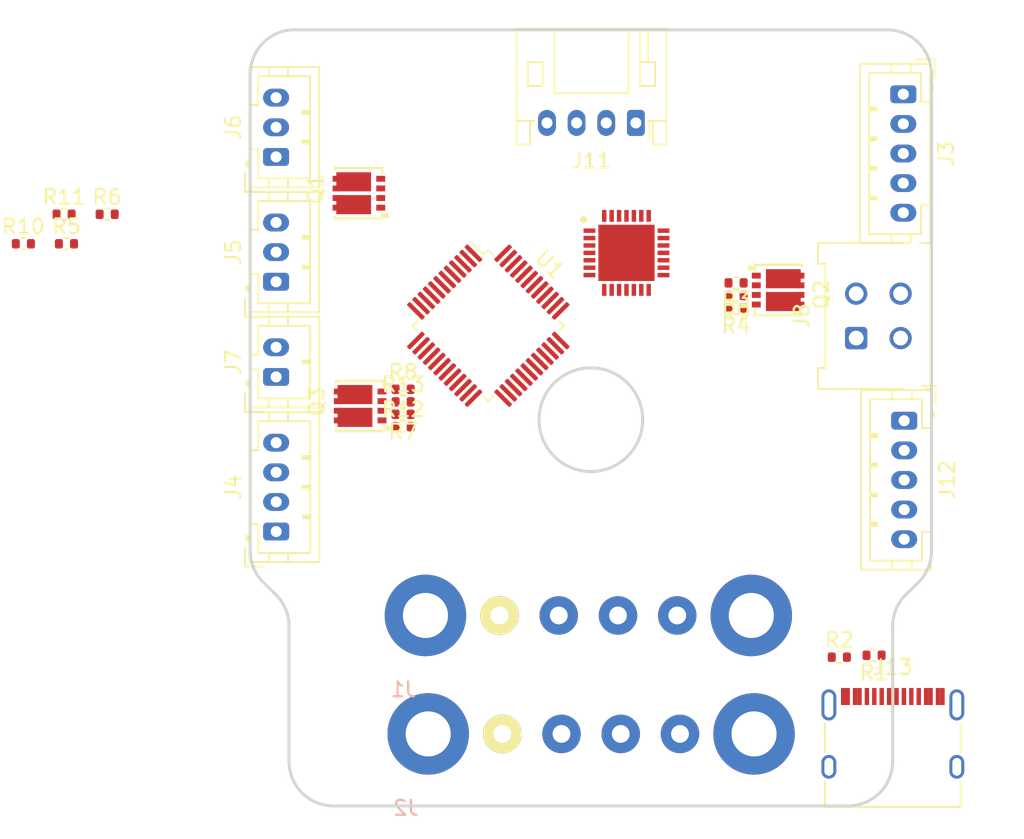
<source format=kicad_pcb>
(kicad_pcb (version 20171130) (host pcbnew "(5.1.10)-1")

  (general
    (thickness 1.6)
    (drawings 23)
    (tracks 0)
    (zones 0)
    (modules 29)
    (nets 125)
  )

  (page A4)
  (layers
    (0 F.Cu signal)
    (31 B.Cu signal)
    (32 B.Adhes user)
    (33 F.Adhes user)
    (34 B.Paste user)
    (35 F.Paste user)
    (36 B.SilkS user)
    (37 F.SilkS user)
    (38 B.Mask user)
    (39 F.Mask user)
    (40 Dwgs.User user)
    (41 Cmts.User user)
    (42 Eco1.User user)
    (43 Eco2.User user)
    (44 Edge.Cuts user)
    (45 Margin user)
    (46 B.CrtYd user)
    (47 F.CrtYd user)
    (48 B.Fab user)
    (49 F.Fab user)
  )

  (setup
    (last_trace_width 0.25)
    (trace_clearance 0.2)
    (zone_clearance 0.508)
    (zone_45_only no)
    (trace_min 0.2)
    (via_size 0.8)
    (via_drill 0.4)
    (via_min_size 0.4)
    (via_min_drill 0.3)
    (uvia_size 0.3)
    (uvia_drill 0.1)
    (uvias_allowed no)
    (uvia_min_size 0.2)
    (uvia_min_drill 0.1)
    (edge_width 0.05)
    (segment_width 0.2)
    (pcb_text_width 0.3)
    (pcb_text_size 1.5 1.5)
    (mod_edge_width 0.12)
    (mod_text_size 1 1)
    (mod_text_width 0.15)
    (pad_size 1.524 1.524)
    (pad_drill 0.762)
    (pad_to_mask_clearance 0)
    (aux_axis_origin 0 0)
    (visible_elements 7FFFFFFF)
    (pcbplotparams
      (layerselection 0x010fc_ffffffff)
      (usegerberextensions false)
      (usegerberattributes true)
      (usegerberadvancedattributes true)
      (creategerberjobfile true)
      (excludeedgelayer true)
      (linewidth 0.100000)
      (plotframeref false)
      (viasonmask false)
      (mode 1)
      (useauxorigin false)
      (hpglpennumber 1)
      (hpglpenspeed 20)
      (hpglpendiameter 15.000000)
      (psnegative false)
      (psa4output false)
      (plotreference true)
      (plotvalue true)
      (plotinvisibletext false)
      (padsonsilk false)
      (subtractmaskfromsilk false)
      (outputformat 1)
      (mirror false)
      (drillshape 1)
      (scaleselection 1)
      (outputdirectory ""))
  )

  (net 0 "")
  (net 1 GND)
  (net 2 CAN_L)
  (net 3 CAN_H)
  (net 4 V_IN)
  (net 5 HOST_D-)
  (net 6 HOST_D+)
  (net 7 TOOL_ID)
  (net 8 FAN_1_V_OUT)
  (net 9 FAN_1_TACHO)
  (net 10 FAN_1_DRAIN)
  (net 11 FAN_2_V_OUT)
  (net 12 FAN_2_TACHO)
  (net 13 FAN_2_DRAIN)
  (net 14 LED_1_V_OUT)
  (net 15 LED_1_DRAIN)
  (net 16 HEATER_DRAIN)
  (net 17 THERM_1)
  (net 18 STEP_1_B2)
  (net 19 STEP_1_B1)
  (net 20 STEP_1_A2)
  (net 21 STEP_1_A1)
  (net 22 IO_3_OUT)
  (net 23 IO_2_OUT)
  (net 24 IO_1_OUT)
  (net 25 5V)
  (net 26 ???)
  (net 27 "Net-(J13-PadB8)")
  (net 28 "Net-(J13-PadA5)")
  (net 29 "Net-(J13-PadA8)")
  (net 30 "Net-(J13-PadB5)")
  (net 31 "Net-(U1-Pad48)")
  (net 32 "Net-(U1-Pad47)")
  (net 33 "Net-(U1-Pad46)")
  (net 34 "Net-(U1-Pad45)")
  (net 35 "Net-(U1-Pad44)")
  (net 36 "Net-(U1-Pad43)")
  (net 37 "Net-(U1-Pad42)")
  (net 38 "Net-(U1-Pad41)")
  (net 39 "Net-(U1-Pad40)")
  (net 40 "Net-(U1-Pad39)")
  (net 41 "Net-(U1-Pad38)")
  (net 42 "Net-(U1-Pad37)")
  (net 43 "Net-(U1-Pad36)")
  (net 44 "Net-(U1-Pad35)")
  (net 45 "Net-(U1-Pad34)")
  (net 46 "Net-(U1-Pad33)")
  (net 47 "Net-(U1-Pad32)")
  (net 48 "Net-(U1-Pad31)")
  (net 49 "Net-(U1-Pad30)")
  (net 50 "Net-(U1-Pad29)")
  (net 51 "Net-(U1-Pad28)")
  (net 52 "Net-(U1-Pad27)")
  (net 53 "Net-(U1-Pad26)")
  (net 54 "Net-(U1-Pad25)")
  (net 55 "Net-(U1-Pad24)")
  (net 56 "Net-(U1-Pad23)")
  (net 57 "Net-(U1-Pad22)")
  (net 58 "Net-(U1-Pad21)")
  (net 59 "Net-(U1-Pad20)")
  (net 60 "Net-(U1-Pad19)")
  (net 61 "Net-(U1-Pad18)")
  (net 62 "Net-(U1-Pad17)")
  (net 63 "Net-(U1-Pad16)")
  (net 64 "Net-(U1-Pad15)")
  (net 65 "Net-(U1-Pad14)")
  (net 66 "Net-(U1-Pad13)")
  (net 67 "Net-(U1-Pad12)")
  (net 68 "Net-(U1-Pad11)")
  (net 69 "Net-(U1-Pad10)")
  (net 70 "Net-(U1-Pad9)")
  (net 71 "Net-(U1-Pad8)")
  (net 72 "Net-(U1-Pad7)")
  (net 73 "Net-(U1-Pad6)")
  (net 74 "Net-(U1-Pad5)")
  (net 75 "Net-(U1-Pad4)")
  (net 76 "Net-(U1-Pad3)")
  (net 77 "Net-(U1-Pad2)")
  (net 78 "Net-(U1-Pad1)")
  (net 79 "Net-(IC1-Pad3)")
  (net 80 "Net-(IC1-Pad18)")
  (net 81 "Net-(IC1-Pad25)")
  (net 82 "Net-(IC1-Pad6)")
  (net 83 "Net-(IC1-Pad17)")
  (net 84 "Net-(IC1-Pad20)")
  (net 85 "Net-(IC1-Pad1)")
  (net 86 "Net-(IC1-Pad5)")
  (net 87 "Net-(IC1-Pad7)")
  (net 88 "Net-(IC1-Pad12)")
  (net 89 "Net-(IC1-Pad2)")
  (net 90 "Net-(IC1-Pad15)")
  (net 91 "Net-(IC1-Pad27)")
  (net 92 "Net-(IC1-Pad19)")
  (net 93 "Net-(IC1-Pad11)")
  (net 94 "Net-(IC1-Pad10)")
  (net 95 "Net-(IC1-Pad14)")
  (net 96 "Net-(IC1-Pad24)")
  (net 97 "Net-(IC1-Pad26)")
  (net 98 "Net-(IC1-Pad4)")
  (net 99 "Net-(IC1-Pad13)")
  (net 100 "Net-(IC1-Pad9)")
  (net 101 "Net-(IC1-Pad8)")
  (net 102 "Net-(IC1-Pad23)")
  (net 103 "Net-(IC1-Pad28)")
  (net 104 "Net-(IC1-Pad16)")
  (net 105 "Net-(IC1-Pad21)")
  (net 106 "Net-(IC1-Pad22)")
  (net 107 "Net-(IC1-Pad29)")
  (net 108 "Net-(J2-Pad4)")
  (net 109 USBH_DRAIN)
  (net 110 USBH_D-)
  (net 111 USBH_D+)
  (net 112 USBMCU_D-)
  (net 113 USBMCU_D+)
  (net 114 "Net-(Q1-Pad2)")
  (net 115 "Net-(Q1-Pad4)")
  (net 116 "Net-(Q2-Pad2)")
  (net 117 "Net-(Q2-Pad4)")
  (net 118 "Net-(Q3-Pad2)")
  (net 119 "Net-(Q3-Pad4)")
  (net 120 HEATER_GATE)
  (net 121 FAN_1_GATE)
  (net 122 FAN_2_GATE)
  (net 123 LED_1_GATE)
  (net 124 USBH_GATE)

  (net_class Default "This is the default net class."
    (clearance 0.2)
    (trace_width 0.25)
    (via_dia 0.8)
    (via_drill 0.4)
    (uvia_dia 0.3)
    (uvia_drill 0.1)
    (add_net 5V)
    (add_net ???)
    (add_net CAN_H)
    (add_net CAN_L)
    (add_net FAN_1_DRAIN)
    (add_net FAN_1_GATE)
    (add_net FAN_1_TACHO)
    (add_net FAN_1_V_OUT)
    (add_net FAN_2_DRAIN)
    (add_net FAN_2_GATE)
    (add_net FAN_2_TACHO)
    (add_net FAN_2_V_OUT)
    (add_net GND)
    (add_net HEATER_DRAIN)
    (add_net HEATER_GATE)
    (add_net HOST_D+)
    (add_net HOST_D-)
    (add_net IO_1_OUT)
    (add_net IO_2_OUT)
    (add_net IO_3_OUT)
    (add_net LED_1_DRAIN)
    (add_net LED_1_GATE)
    (add_net LED_1_V_OUT)
    (add_net "Net-(IC1-Pad1)")
    (add_net "Net-(IC1-Pad10)")
    (add_net "Net-(IC1-Pad11)")
    (add_net "Net-(IC1-Pad12)")
    (add_net "Net-(IC1-Pad13)")
    (add_net "Net-(IC1-Pad14)")
    (add_net "Net-(IC1-Pad15)")
    (add_net "Net-(IC1-Pad16)")
    (add_net "Net-(IC1-Pad17)")
    (add_net "Net-(IC1-Pad18)")
    (add_net "Net-(IC1-Pad19)")
    (add_net "Net-(IC1-Pad2)")
    (add_net "Net-(IC1-Pad20)")
    (add_net "Net-(IC1-Pad21)")
    (add_net "Net-(IC1-Pad22)")
    (add_net "Net-(IC1-Pad23)")
    (add_net "Net-(IC1-Pad24)")
    (add_net "Net-(IC1-Pad25)")
    (add_net "Net-(IC1-Pad26)")
    (add_net "Net-(IC1-Pad27)")
    (add_net "Net-(IC1-Pad28)")
    (add_net "Net-(IC1-Pad29)")
    (add_net "Net-(IC1-Pad3)")
    (add_net "Net-(IC1-Pad4)")
    (add_net "Net-(IC1-Pad5)")
    (add_net "Net-(IC1-Pad6)")
    (add_net "Net-(IC1-Pad7)")
    (add_net "Net-(IC1-Pad8)")
    (add_net "Net-(IC1-Pad9)")
    (add_net "Net-(J13-PadA5)")
    (add_net "Net-(J13-PadA8)")
    (add_net "Net-(J13-PadB5)")
    (add_net "Net-(J13-PadB8)")
    (add_net "Net-(J2-Pad4)")
    (add_net "Net-(Q1-Pad2)")
    (add_net "Net-(Q1-Pad4)")
    (add_net "Net-(Q2-Pad2)")
    (add_net "Net-(Q2-Pad4)")
    (add_net "Net-(Q3-Pad2)")
    (add_net "Net-(Q3-Pad4)")
    (add_net "Net-(U1-Pad1)")
    (add_net "Net-(U1-Pad10)")
    (add_net "Net-(U1-Pad11)")
    (add_net "Net-(U1-Pad12)")
    (add_net "Net-(U1-Pad13)")
    (add_net "Net-(U1-Pad14)")
    (add_net "Net-(U1-Pad15)")
    (add_net "Net-(U1-Pad16)")
    (add_net "Net-(U1-Pad17)")
    (add_net "Net-(U1-Pad18)")
    (add_net "Net-(U1-Pad19)")
    (add_net "Net-(U1-Pad2)")
    (add_net "Net-(U1-Pad20)")
    (add_net "Net-(U1-Pad21)")
    (add_net "Net-(U1-Pad22)")
    (add_net "Net-(U1-Pad23)")
    (add_net "Net-(U1-Pad24)")
    (add_net "Net-(U1-Pad25)")
    (add_net "Net-(U1-Pad26)")
    (add_net "Net-(U1-Pad27)")
    (add_net "Net-(U1-Pad28)")
    (add_net "Net-(U1-Pad29)")
    (add_net "Net-(U1-Pad3)")
    (add_net "Net-(U1-Pad30)")
    (add_net "Net-(U1-Pad31)")
    (add_net "Net-(U1-Pad32)")
    (add_net "Net-(U1-Pad33)")
    (add_net "Net-(U1-Pad34)")
    (add_net "Net-(U1-Pad35)")
    (add_net "Net-(U1-Pad36)")
    (add_net "Net-(U1-Pad37)")
    (add_net "Net-(U1-Pad38)")
    (add_net "Net-(U1-Pad39)")
    (add_net "Net-(U1-Pad4)")
    (add_net "Net-(U1-Pad40)")
    (add_net "Net-(U1-Pad41)")
    (add_net "Net-(U1-Pad42)")
    (add_net "Net-(U1-Pad43)")
    (add_net "Net-(U1-Pad44)")
    (add_net "Net-(U1-Pad45)")
    (add_net "Net-(U1-Pad46)")
    (add_net "Net-(U1-Pad47)")
    (add_net "Net-(U1-Pad48)")
    (add_net "Net-(U1-Pad5)")
    (add_net "Net-(U1-Pad6)")
    (add_net "Net-(U1-Pad7)")
    (add_net "Net-(U1-Pad8)")
    (add_net "Net-(U1-Pad9)")
    (add_net STEP_1_A1)
    (add_net STEP_1_A2)
    (add_net STEP_1_B1)
    (add_net STEP_1_B2)
    (add_net THERM_1)
    (add_net TOOL_ID)
    (add_net USBH_D+)
    (add_net USBH_D-)
    (add_net USBH_DRAIN)
    (add_net USBH_GATE)
    (add_net USBMCU_D+)
    (add_net USBMCU_D-)
    (add_net V_IN)
  )

  (module ToolChanger:Molex_Micro-Fit_3.0_43045-0412_2x02_P3.00mm_Vertical (layer F.Cu) (tedit 614C7DCF) (tstamp 614CC94A)
    (at 102.04424 121.12778 90)
    (descr "Molex Micro-Fit 3.0 Connector System, 43045-0412 (compatible alternatives: 43045-0413, 43045-0424), 2 Pins per row (http://www.molex.com/pdm_docs/sd/430450212_sd.pdf), generated with kicad-footprint-generator")
    (tags "connector Molex Micro-Fit_3.0 side entry")
    (path /613DB78D/6152EEF9)
    (fp_text reference J8 (at 1.5 -3.67 90) (layer F.SilkS)
      (effects (font (size 1 1) (thickness 0.15)))
    )
    (fp_text value HOTEND (at 1.5 7.5 90) (layer F.Fab)
      (effects (font (size 1 1) (thickness 0.15)))
    )
    (fp_line (start -3.82 6.8) (end -3.82 -2.97) (layer F.CrtYd) (width 0.05))
    (fp_line (start 6.82 6.8) (end -3.82 6.8) (layer F.CrtYd) (width 0.05))
    (fp_line (start 6.82 -2.97) (end 6.82 6.8) (layer F.CrtYd) (width 0.05))
    (fp_line (start -3.82 -2.97) (end 6.82 -2.97) (layer F.CrtYd) (width 0.05))
    (fp_line (start 6.435 -2.58) (end 6.435 3.18) (layer F.SilkS) (width 0.12))
    (fp_line (start 5.015 -2.58) (end 6.435 -2.58) (layer F.SilkS) (width 0.12))
    (fp_line (start 5.015 -2.08) (end 5.015 -2.58) (layer F.SilkS) (width 0.12))
    (fp_line (start -2.015 -2.08) (end 5.015 -2.08) (layer F.SilkS) (width 0.12))
    (fp_line (start -2.015 -2.58) (end -2.015 -2.08) (layer F.SilkS) (width 0.12))
    (fp_line (start -3.435 -2.58) (end -2.015 -2.58) (layer F.SilkS) (width 0.12))
    (fp_line (start -3.435 3.18) (end -3.435 -2.58) (layer F.SilkS) (width 0.12))
    (fp_line (start 6.435 5.01) (end 6.435 4.7) (layer F.SilkS) (width 0.12))
    (fp_line (start -3.435 5.01) (end 6.435 5.01) (layer F.SilkS) (width 0.12))
    (fp_line (start -3.435 4.7) (end -3.435 5.01) (layer F.SilkS) (width 0.12))
    (fp_line (start 0 -1.262893) (end 0.5 -1.97) (layer F.Fab) (width 0.1))
    (fp_line (start -0.5 -1.97) (end 0 -1.262893) (layer F.Fab) (width 0.1))
    (fp_line (start 2.2 6.3) (end 2.2 4.9) (layer F.Fab) (width 0.1))
    (fp_line (start 0.8 6.3) (end 2.2 6.3) (layer F.Fab) (width 0.1))
    (fp_line (start 0.8 4.9) (end 0.8 6.3) (layer F.Fab) (width 0.1))
    (fp_line (start 6.325 -1.34) (end 5.125 -1.97) (layer F.Fab) (width 0.1))
    (fp_line (start -3.325 -1.34) (end -2.125 -1.97) (layer F.Fab) (width 0.1))
    (fp_line (start 5.125 -1.97) (end -2.125 -1.97) (layer F.Fab) (width 0.1))
    (fp_line (start 5.125 -2.47) (end 5.125 -1.97) (layer F.Fab) (width 0.1))
    (fp_line (start 6.325 -2.47) (end 5.125 -2.47) (layer F.Fab) (width 0.1))
    (fp_line (start 6.325 4.9) (end 6.325 -2.47) (layer F.Fab) (width 0.1))
    (fp_line (start -3.325 4.9) (end 6.325 4.9) (layer F.Fab) (width 0.1))
    (fp_line (start -3.325 -2.47) (end -3.325 4.9) (layer F.Fab) (width 0.1))
    (fp_line (start -2.125 -2.47) (end -3.325 -2.47) (layer F.Fab) (width 0.1))
    (fp_line (start -2.125 -1.97) (end -2.125 -2.47) (layer F.Fab) (width 0.1))
    (fp_text user %R (at 1.5 4.2 90) (layer F.Fab)
      (effects (font (size 1 1) (thickness 0.15)))
    )
    (pad 4 thru_hole circle (at 3 3 90) (size 1.5 1.5) (drill 1) (layers *.Cu *.Mask)
      (net 16 HEATER_DRAIN))
    (pad 3 thru_hole circle (at 0 3 90) (size 1.5 1.5) (drill 1) (layers *.Cu *.Mask)
      (net 1 GND))
    (pad 2 thru_hole circle (at 3 0 90) (size 1.5 1.5) (drill 1) (layers *.Cu *.Mask)
      (net 4 V_IN))
    (pad 1 thru_hole roundrect (at 0 0 90) (size 1.5 1.5) (drill 1) (layers *.Cu *.Mask) (roundrect_rratio 0.166667)
      (net 17 THERM_1))
    (pad "" np_thru_hole circle (at 6 3.94 90) (size 1 1) (drill 1) (layers *.Cu *.Mask))
    (pad "" np_thru_hole circle (at -3 3.94 90) (size 1 1) (drill 1) (layers *.Cu *.Mask))
    (model ${KIPRJMOD}/../../../Library/KiCAD/StepFiles/Molex_Micro_Fir_430450412.step
      (offset (xyz 1.5 -1.5 5))
      (scale (xyz 1 1 1))
      (rotate (xyz 0 0 180))
    )
  )

  (module Resistor_SMD:R_0402_1005Metric (layer F.Cu) (tedit 5F68FEEE) (tstamp 614CC8D3)
    (at 100.90658 142.6718)
    (descr "Resistor SMD 0402 (1005 Metric), square (rectangular) end terminal, IPC_7351 nominal, (Body size source: IPC-SM-782 page 72, https://www.pcb-3d.com/wordpress/wp-content/uploads/ipc-sm-782a_amendment_1_and_2.pdf), generated with kicad-footprint-generator")
    (tags resistor)
    (path /613DB78D/614268C7)
    (attr smd)
    (fp_text reference R2 (at 0 -1.17) (layer F.SilkS)
      (effects (font (size 1 1) (thickness 0.15)))
    )
    (fp_text value 5.12K (at 0 1.17) (layer F.Fab)
      (effects (font (size 1 1) (thickness 0.15)))
    )
    (fp_text user %R (at 0 0) (layer F.Fab)
      (effects (font (size 0.26 0.26) (thickness 0.04)))
    )
    (fp_line (start -0.525 0.27) (end -0.525 -0.27) (layer F.Fab) (width 0.1))
    (fp_line (start -0.525 -0.27) (end 0.525 -0.27) (layer F.Fab) (width 0.1))
    (fp_line (start 0.525 -0.27) (end 0.525 0.27) (layer F.Fab) (width 0.1))
    (fp_line (start 0.525 0.27) (end -0.525 0.27) (layer F.Fab) (width 0.1))
    (fp_line (start -0.153641 -0.38) (end 0.153641 -0.38) (layer F.SilkS) (width 0.12))
    (fp_line (start -0.153641 0.38) (end 0.153641 0.38) (layer F.SilkS) (width 0.12))
    (fp_line (start -0.93 0.47) (end -0.93 -0.47) (layer F.CrtYd) (width 0.05))
    (fp_line (start -0.93 -0.47) (end 0.93 -0.47) (layer F.CrtYd) (width 0.05))
    (fp_line (start 0.93 -0.47) (end 0.93 0.47) (layer F.CrtYd) (width 0.05))
    (fp_line (start 0.93 0.47) (end -0.93 0.47) (layer F.CrtYd) (width 0.05))
    (pad 2 smd roundrect (at 0.51 0) (size 0.54 0.64) (layers F.Cu F.Paste F.Mask) (roundrect_rratio 0.25)
      (net 28 "Net-(J13-PadA5)"))
    (pad 1 smd roundrect (at -0.51 0) (size 0.54 0.64) (layers F.Cu F.Paste F.Mask) (roundrect_rratio 0.25)
      (net 1 GND))
    (model ${KISYS3DMOD}/Resistor_SMD.3dshapes/R_0402_1005Metric.wrl
      (at (xyz 0 0 0))
      (scale (xyz 1 1 1))
      (rotate (xyz 0 0 0))
    )
  )

  (module Resistor_SMD:R_0402_1005Metric (layer F.Cu) (tedit 5F68FEEE) (tstamp 614CC903)
    (at 103.25154 142.5448 180)
    (descr "Resistor SMD 0402 (1005 Metric), square (rectangular) end terminal, IPC_7351 nominal, (Body size source: IPC-SM-782 page 72, https://www.pcb-3d.com/wordpress/wp-content/uploads/ipc-sm-782a_amendment_1_and_2.pdf), generated with kicad-footprint-generator")
    (tags resistor)
    (path /613DB78D/61405F07)
    (attr smd)
    (fp_text reference R1 (at 0 -1.17) (layer F.SilkS)
      (effects (font (size 1 1) (thickness 0.15)))
    )
    (fp_text value 5.12K (at 0 1.17) (layer F.Fab)
      (effects (font (size 1 1) (thickness 0.15)))
    )
    (fp_text user %R (at 0 0) (layer F.Fab)
      (effects (font (size 0.26 0.26) (thickness 0.04)))
    )
    (fp_line (start -0.525 0.27) (end -0.525 -0.27) (layer F.Fab) (width 0.1))
    (fp_line (start -0.525 -0.27) (end 0.525 -0.27) (layer F.Fab) (width 0.1))
    (fp_line (start 0.525 -0.27) (end 0.525 0.27) (layer F.Fab) (width 0.1))
    (fp_line (start 0.525 0.27) (end -0.525 0.27) (layer F.Fab) (width 0.1))
    (fp_line (start -0.153641 -0.38) (end 0.153641 -0.38) (layer F.SilkS) (width 0.12))
    (fp_line (start -0.153641 0.38) (end 0.153641 0.38) (layer F.SilkS) (width 0.12))
    (fp_line (start -0.93 0.47) (end -0.93 -0.47) (layer F.CrtYd) (width 0.05))
    (fp_line (start -0.93 -0.47) (end 0.93 -0.47) (layer F.CrtYd) (width 0.05))
    (fp_line (start 0.93 -0.47) (end 0.93 0.47) (layer F.CrtYd) (width 0.05))
    (fp_line (start 0.93 0.47) (end -0.93 0.47) (layer F.CrtYd) (width 0.05))
    (pad 2 smd roundrect (at 0.51 0 180) (size 0.54 0.64) (layers F.Cu F.Paste F.Mask) (roundrect_rratio 0.25)
      (net 30 "Net-(J13-PadB5)"))
    (pad 1 smd roundrect (at -0.51 0 180) (size 0.54 0.64) (layers F.Cu F.Paste F.Mask) (roundrect_rratio 0.25)
      (net 1 GND))
    (model ${KISYS3DMOD}/Resistor_SMD.3dshapes/R_0402_1005Metric.wrl
      (at (xyz 0 0 0))
      (scale (xyz 1 1 1))
      (rotate (xyz 0 0 0))
    )
  )

  (module Resistor_SMD:R_0402_1005Metric (layer F.Cu) (tedit 5F68FEEE) (tstamp 614CC1AF)
    (at 71.45728 125.43282)
    (descr "Resistor SMD 0402 (1005 Metric), square (rectangular) end terminal, IPC_7351 nominal, (Body size source: IPC-SM-782 page 72, https://www.pcb-3d.com/wordpress/wp-content/uploads/ipc-sm-782a_amendment_1_and_2.pdf), generated with kicad-footprint-generator")
    (tags resistor)
    (path /613DBE83/6151C64A)
    (attr smd)
    (fp_text reference R13 (at 0 -1.17) (layer F.SilkS)
      (effects (font (size 1 1) (thickness 0.15)))
    )
    (fp_text value 10K (at 0 1.17) (layer F.Fab)
      (effects (font (size 1 1) (thickness 0.15)))
    )
    (fp_text user %R (at 0 0 90) (layer F.Fab)
      (effects (font (size 0.26 0.26) (thickness 0.04)))
    )
    (fp_line (start -0.525 0.27) (end -0.525 -0.27) (layer F.Fab) (width 0.1))
    (fp_line (start -0.525 -0.27) (end 0.525 -0.27) (layer F.Fab) (width 0.1))
    (fp_line (start 0.525 -0.27) (end 0.525 0.27) (layer F.Fab) (width 0.1))
    (fp_line (start 0.525 0.27) (end -0.525 0.27) (layer F.Fab) (width 0.1))
    (fp_line (start -0.153641 -0.38) (end 0.153641 -0.38) (layer F.SilkS) (width 0.12))
    (fp_line (start -0.153641 0.38) (end 0.153641 0.38) (layer F.SilkS) (width 0.12))
    (fp_line (start -0.93 0.47) (end -0.93 -0.47) (layer F.CrtYd) (width 0.05))
    (fp_line (start -0.93 -0.47) (end 0.93 -0.47) (layer F.CrtYd) (width 0.05))
    (fp_line (start 0.93 -0.47) (end 0.93 0.47) (layer F.CrtYd) (width 0.05))
    (fp_line (start 0.93 0.47) (end -0.93 0.47) (layer F.CrtYd) (width 0.05))
    (pad 2 smd roundrect (at 0.51 0) (size 0.54 0.64) (layers F.Cu F.Paste F.Mask) (roundrect_rratio 0.25)
      (net 124 USBH_GATE))
    (pad 1 smd roundrect (at -0.51 0) (size 0.54 0.64) (layers F.Cu F.Paste F.Mask) (roundrect_rratio 0.25)
      (net 1 GND))
    (model ${KISYS3DMOD}/Resistor_SMD.3dshapes/R_0402_1005Metric.wrl
      (at (xyz 0 0 0))
      (scale (xyz 1 1 1))
      (rotate (xyz 0 0 0))
    )
  )

  (module Resistor_SMD:R_0402_1005Metric (layer F.Cu) (tedit 5F68FEEE) (tstamp 614C8F96)
    (at 71.45728 127.10922)
    (descr "Resistor SMD 0402 (1005 Metric), square (rectangular) end terminal, IPC_7351 nominal, (Body size source: IPC-SM-782 page 72, https://www.pcb-3d.com/wordpress/wp-content/uploads/ipc-sm-782a_amendment_1_and_2.pdf), generated with kicad-footprint-generator")
    (tags resistor)
    (path /613DBE83/6151C627)
    (attr smd)
    (fp_text reference R12 (at 0 -1.17) (layer F.SilkS)
      (effects (font (size 1 1) (thickness 0.15)))
    )
    (fp_text value 10K (at 0 1.17) (layer F.Fab)
      (effects (font (size 1 1) (thickness 0.15)))
    )
    (fp_text user %R (at 0 0) (layer F.Fab)
      (effects (font (size 0.26 0.26) (thickness 0.04)))
    )
    (fp_line (start -0.525 0.27) (end -0.525 -0.27) (layer F.Fab) (width 0.1))
    (fp_line (start -0.525 -0.27) (end 0.525 -0.27) (layer F.Fab) (width 0.1))
    (fp_line (start 0.525 -0.27) (end 0.525 0.27) (layer F.Fab) (width 0.1))
    (fp_line (start 0.525 0.27) (end -0.525 0.27) (layer F.Fab) (width 0.1))
    (fp_line (start -0.153641 -0.38) (end 0.153641 -0.38) (layer F.SilkS) (width 0.12))
    (fp_line (start -0.153641 0.38) (end 0.153641 0.38) (layer F.SilkS) (width 0.12))
    (fp_line (start -0.93 0.47) (end -0.93 -0.47) (layer F.CrtYd) (width 0.05))
    (fp_line (start -0.93 -0.47) (end 0.93 -0.47) (layer F.CrtYd) (width 0.05))
    (fp_line (start 0.93 -0.47) (end 0.93 0.47) (layer F.CrtYd) (width 0.05))
    (fp_line (start 0.93 0.47) (end -0.93 0.47) (layer F.CrtYd) (width 0.05))
    (pad 2 smd roundrect (at 0.51 0) (size 0.54 0.64) (layers F.Cu F.Paste F.Mask) (roundrect_rratio 0.25)
      (net 123 LED_1_GATE))
    (pad 1 smd roundrect (at -0.51 0) (size 0.54 0.64) (layers F.Cu F.Paste F.Mask) (roundrect_rratio 0.25)
      (net 1 GND))
    (model ${KISYS3DMOD}/Resistor_SMD.3dshapes/R_0402_1005Metric.wrl
      (at (xyz 0 0 0))
      (scale (xyz 1 1 1))
      (rotate (xyz 0 0 0))
    )
  )

  (module Resistor_SMD:R_0402_1005Metric (layer F.Cu) (tedit 5F68FEEE) (tstamp 614C8F85)
    (at 48.56356 112.76882)
    (descr "Resistor SMD 0402 (1005 Metric), square (rectangular) end terminal, IPC_7351 nominal, (Body size source: IPC-SM-782 page 72, https://www.pcb-3d.com/wordpress/wp-content/uploads/ipc-sm-782a_amendment_1_and_2.pdf), generated with kicad-footprint-generator")
    (tags resistor)
    (path /613DBE83/614E2F7C)
    (attr smd)
    (fp_text reference R11 (at 0 -1.17) (layer F.SilkS)
      (effects (font (size 1 1) (thickness 0.15)))
    )
    (fp_text value 10K (at 0 1.17) (layer F.Fab)
      (effects (font (size 1 1) (thickness 0.15)))
    )
    (fp_text user %R (at 0 0) (layer F.Fab)
      (effects (font (size 0.26 0.26) (thickness 0.04)))
    )
    (fp_line (start -0.525 0.27) (end -0.525 -0.27) (layer F.Fab) (width 0.1))
    (fp_line (start -0.525 -0.27) (end 0.525 -0.27) (layer F.Fab) (width 0.1))
    (fp_line (start 0.525 -0.27) (end 0.525 0.27) (layer F.Fab) (width 0.1))
    (fp_line (start 0.525 0.27) (end -0.525 0.27) (layer F.Fab) (width 0.1))
    (fp_line (start -0.153641 -0.38) (end 0.153641 -0.38) (layer F.SilkS) (width 0.12))
    (fp_line (start -0.153641 0.38) (end 0.153641 0.38) (layer F.SilkS) (width 0.12))
    (fp_line (start -0.93 0.47) (end -0.93 -0.47) (layer F.CrtYd) (width 0.05))
    (fp_line (start -0.93 -0.47) (end 0.93 -0.47) (layer F.CrtYd) (width 0.05))
    (fp_line (start 0.93 -0.47) (end 0.93 0.47) (layer F.CrtYd) (width 0.05))
    (fp_line (start 0.93 0.47) (end -0.93 0.47) (layer F.CrtYd) (width 0.05))
    (pad 2 smd roundrect (at 0.51 0) (size 0.54 0.64) (layers F.Cu F.Paste F.Mask) (roundrect_rratio 0.25)
      (net 122 FAN_2_GATE))
    (pad 1 smd roundrect (at -0.51 0) (size 0.54 0.64) (layers F.Cu F.Paste F.Mask) (roundrect_rratio 0.25)
      (net 1 GND))
    (model ${KISYS3DMOD}/Resistor_SMD.3dshapes/R_0402_1005Metric.wrl
      (at (xyz 0 0 0))
      (scale (xyz 1 1 1))
      (rotate (xyz 0 0 0))
    )
  )

  (module Resistor_SMD:R_0402_1005Metric (layer F.Cu) (tedit 5F68FEEE) (tstamp 614C8F74)
    (at 45.81356 114.75882)
    (descr "Resistor SMD 0402 (1005 Metric), square (rectangular) end terminal, IPC_7351 nominal, (Body size source: IPC-SM-782 page 72, https://www.pcb-3d.com/wordpress/wp-content/uploads/ipc-sm-782a_amendment_1_and_2.pdf), generated with kicad-footprint-generator")
    (tags resistor)
    (path /613DBE83/614CC478)
    (attr smd)
    (fp_text reference R10 (at 0 -1.17) (layer F.SilkS)
      (effects (font (size 1 1) (thickness 0.15)))
    )
    (fp_text value 10K (at 0 1.17) (layer F.Fab)
      (effects (font (size 1 1) (thickness 0.15)))
    )
    (fp_text user %R (at 0 0) (layer F.Fab)
      (effects (font (size 0.26 0.26) (thickness 0.04)))
    )
    (fp_line (start -0.525 0.27) (end -0.525 -0.27) (layer F.Fab) (width 0.1))
    (fp_line (start -0.525 -0.27) (end 0.525 -0.27) (layer F.Fab) (width 0.1))
    (fp_line (start 0.525 -0.27) (end 0.525 0.27) (layer F.Fab) (width 0.1))
    (fp_line (start 0.525 0.27) (end -0.525 0.27) (layer F.Fab) (width 0.1))
    (fp_line (start -0.153641 -0.38) (end 0.153641 -0.38) (layer F.SilkS) (width 0.12))
    (fp_line (start -0.153641 0.38) (end 0.153641 0.38) (layer F.SilkS) (width 0.12))
    (fp_line (start -0.93 0.47) (end -0.93 -0.47) (layer F.CrtYd) (width 0.05))
    (fp_line (start -0.93 -0.47) (end 0.93 -0.47) (layer F.CrtYd) (width 0.05))
    (fp_line (start 0.93 -0.47) (end 0.93 0.47) (layer F.CrtYd) (width 0.05))
    (fp_line (start 0.93 0.47) (end -0.93 0.47) (layer F.CrtYd) (width 0.05))
    (pad 2 smd roundrect (at 0.51 0) (size 0.54 0.64) (layers F.Cu F.Paste F.Mask) (roundrect_rratio 0.25)
      (net 121 FAN_1_GATE))
    (pad 1 smd roundrect (at -0.51 0) (size 0.54 0.64) (layers F.Cu F.Paste F.Mask) (roundrect_rratio 0.25)
      (net 1 GND))
    (model ${KISYS3DMOD}/Resistor_SMD.3dshapes/R_0402_1005Metric.wrl
      (at (xyz 0 0 0))
      (scale (xyz 1 1 1))
      (rotate (xyz 0 0 0))
    )
  )

  (module Resistor_SMD:R_0402_1005Metric (layer F.Cu) (tedit 5F68FEEE) (tstamp 614C8F63)
    (at 93.93228 118.25478 180)
    (descr "Resistor SMD 0402 (1005 Metric), square (rectangular) end terminal, IPC_7351 nominal, (Body size source: IPC-SM-782 page 72, https://www.pcb-3d.com/wordpress/wp-content/uploads/ipc-sm-782a_amendment_1_and_2.pdf), generated with kicad-footprint-generator")
    (tags resistor)
    (path /613DBE83/6153E594)
    (attr smd)
    (fp_text reference R9 (at 0 -1.17) (layer F.SilkS)
      (effects (font (size 1 1) (thickness 0.15)))
    )
    (fp_text value 10K (at 0 1.17) (layer F.Fab)
      (effects (font (size 1 1) (thickness 0.15)))
    )
    (fp_text user %R (at 0 0) (layer F.Fab)
      (effects (font (size 0.26 0.26) (thickness 0.04)))
    )
    (fp_line (start -0.525 0.27) (end -0.525 -0.27) (layer F.Fab) (width 0.1))
    (fp_line (start -0.525 -0.27) (end 0.525 -0.27) (layer F.Fab) (width 0.1))
    (fp_line (start 0.525 -0.27) (end 0.525 0.27) (layer F.Fab) (width 0.1))
    (fp_line (start 0.525 0.27) (end -0.525 0.27) (layer F.Fab) (width 0.1))
    (fp_line (start -0.153641 -0.38) (end 0.153641 -0.38) (layer F.SilkS) (width 0.12))
    (fp_line (start -0.153641 0.38) (end 0.153641 0.38) (layer F.SilkS) (width 0.12))
    (fp_line (start -0.93 0.47) (end -0.93 -0.47) (layer F.CrtYd) (width 0.05))
    (fp_line (start -0.93 -0.47) (end 0.93 -0.47) (layer F.CrtYd) (width 0.05))
    (fp_line (start 0.93 -0.47) (end 0.93 0.47) (layer F.CrtYd) (width 0.05))
    (fp_line (start 0.93 0.47) (end -0.93 0.47) (layer F.CrtYd) (width 0.05))
    (pad 2 smd roundrect (at 0.51 0 180) (size 0.54 0.64) (layers F.Cu F.Paste F.Mask) (roundrect_rratio 0.25)
      (net 120 HEATER_GATE))
    (pad 1 smd roundrect (at -0.51 0 180) (size 0.54 0.64) (layers F.Cu F.Paste F.Mask) (roundrect_rratio 0.25)
      (net 1 GND))
    (model ${KISYS3DMOD}/Resistor_SMD.3dshapes/R_0402_1005Metric.wrl
      (at (xyz 0 0 0))
      (scale (xyz 1 1 1))
      (rotate (xyz 0 0 0))
    )
  )

  (module Resistor_SMD:R_0402_1005Metric (layer F.Cu) (tedit 5F68FEEE) (tstamp 614CC0AB)
    (at 71.45728 124.58446)
    (descr "Resistor SMD 0402 (1005 Metric), square (rectangular) end terminal, IPC_7351 nominal, (Body size source: IPC-SM-782 page 72, https://www.pcb-3d.com/wordpress/wp-content/uploads/ipc-sm-782a_amendment_1_and_2.pdf), generated with kicad-footprint-generator")
    (tags resistor)
    (path /613DBE83/6151C644)
    (attr smd)
    (fp_text reference R8 (at 0 -1.17) (layer F.SilkS)
      (effects (font (size 1 1) (thickness 0.15)))
    )
    (fp_text value 100R (at 0 1.17) (layer F.Fab)
      (effects (font (size 1 1) (thickness 0.15)))
    )
    (fp_text user %R (at 0 0) (layer F.Fab)
      (effects (font (size 0.26 0.26) (thickness 0.04)))
    )
    (fp_line (start -0.525 0.27) (end -0.525 -0.27) (layer F.Fab) (width 0.1))
    (fp_line (start -0.525 -0.27) (end 0.525 -0.27) (layer F.Fab) (width 0.1))
    (fp_line (start 0.525 -0.27) (end 0.525 0.27) (layer F.Fab) (width 0.1))
    (fp_line (start 0.525 0.27) (end -0.525 0.27) (layer F.Fab) (width 0.1))
    (fp_line (start -0.153641 -0.38) (end 0.153641 -0.38) (layer F.SilkS) (width 0.12))
    (fp_line (start -0.153641 0.38) (end 0.153641 0.38) (layer F.SilkS) (width 0.12))
    (fp_line (start -0.93 0.47) (end -0.93 -0.47) (layer F.CrtYd) (width 0.05))
    (fp_line (start -0.93 -0.47) (end 0.93 -0.47) (layer F.CrtYd) (width 0.05))
    (fp_line (start 0.93 -0.47) (end 0.93 0.47) (layer F.CrtYd) (width 0.05))
    (fp_line (start 0.93 0.47) (end -0.93 0.47) (layer F.CrtYd) (width 0.05))
    (pad 2 smd roundrect (at 0.51 0) (size 0.54 0.64) (layers F.Cu F.Paste F.Mask) (roundrect_rratio 0.25)
      (net 124 USBH_GATE))
    (pad 1 smd roundrect (at -0.51 0) (size 0.54 0.64) (layers F.Cu F.Paste F.Mask) (roundrect_rratio 0.25)
      (net 119 "Net-(Q3-Pad4)"))
    (model ${KISYS3DMOD}/Resistor_SMD.3dshapes/R_0402_1005Metric.wrl
      (at (xyz 0 0 0))
      (scale (xyz 1 1 1))
      (rotate (xyz 0 0 0))
    )
  )

  (module Resistor_SMD:R_0402_1005Metric (layer F.Cu) (tedit 5F68FEEE) (tstamp 614CC64C)
    (at 71.4522 126.27356 180)
    (descr "Resistor SMD 0402 (1005 Metric), square (rectangular) end terminal, IPC_7351 nominal, (Body size source: IPC-SM-782 page 72, https://www.pcb-3d.com/wordpress/wp-content/uploads/ipc-sm-782a_amendment_1_and_2.pdf), generated with kicad-footprint-generator")
    (tags resistor)
    (path /613DBE83/6151C639)
    (attr smd)
    (fp_text reference R7 (at 0 -1.17) (layer F.SilkS)
      (effects (font (size 1 1) (thickness 0.15)))
    )
    (fp_text value 100R (at 0 1.17) (layer F.Fab)
      (effects (font (size 1 1) (thickness 0.15)))
    )
    (fp_text user %R (at 0 0) (layer F.Fab)
      (effects (font (size 0.26 0.26) (thickness 0.04)))
    )
    (fp_line (start -0.525 0.27) (end -0.525 -0.27) (layer F.Fab) (width 0.1))
    (fp_line (start -0.525 -0.27) (end 0.525 -0.27) (layer F.Fab) (width 0.1))
    (fp_line (start 0.525 -0.27) (end 0.525 0.27) (layer F.Fab) (width 0.1))
    (fp_line (start 0.525 0.27) (end -0.525 0.27) (layer F.Fab) (width 0.1))
    (fp_line (start -0.153641 -0.38) (end 0.153641 -0.38) (layer F.SilkS) (width 0.12))
    (fp_line (start -0.153641 0.38) (end 0.153641 0.38) (layer F.SilkS) (width 0.12))
    (fp_line (start -0.93 0.47) (end -0.93 -0.47) (layer F.CrtYd) (width 0.05))
    (fp_line (start -0.93 -0.47) (end 0.93 -0.47) (layer F.CrtYd) (width 0.05))
    (fp_line (start 0.93 -0.47) (end 0.93 0.47) (layer F.CrtYd) (width 0.05))
    (fp_line (start 0.93 0.47) (end -0.93 0.47) (layer F.CrtYd) (width 0.05))
    (pad 2 smd roundrect (at 0.51 0 180) (size 0.54 0.64) (layers F.Cu F.Paste F.Mask) (roundrect_rratio 0.25)
      (net 123 LED_1_GATE))
    (pad 1 smd roundrect (at -0.51 0 180) (size 0.54 0.64) (layers F.Cu F.Paste F.Mask) (roundrect_rratio 0.25)
      (net 118 "Net-(Q3-Pad2)"))
    (model ${KISYS3DMOD}/Resistor_SMD.3dshapes/R_0402_1005Metric.wrl
      (at (xyz 0 0 0))
      (scale (xyz 1 1 1))
      (rotate (xyz 0 0 0))
    )
  )

  (module Resistor_SMD:R_0402_1005Metric (layer F.Cu) (tedit 5F68FEEE) (tstamp 614C8F30)
    (at 51.47356 112.76882)
    (descr "Resistor SMD 0402 (1005 Metric), square (rectangular) end terminal, IPC_7351 nominal, (Body size source: IPC-SM-782 page 72, https://www.pcb-3d.com/wordpress/wp-content/uploads/ipc-sm-782a_amendment_1_and_2.pdf), generated with kicad-footprint-generator")
    (tags resistor)
    (path /613DBE83/614E2707)
    (attr smd)
    (fp_text reference R6 (at 0 -1.17) (layer F.SilkS)
      (effects (font (size 1 1) (thickness 0.15)))
    )
    (fp_text value 100R (at 0 1.17) (layer F.Fab)
      (effects (font (size 1 1) (thickness 0.15)))
    )
    (fp_text user %R (at 0 0) (layer F.Fab)
      (effects (font (size 0.26 0.26) (thickness 0.04)))
    )
    (fp_line (start -0.525 0.27) (end -0.525 -0.27) (layer F.Fab) (width 0.1))
    (fp_line (start -0.525 -0.27) (end 0.525 -0.27) (layer F.Fab) (width 0.1))
    (fp_line (start 0.525 -0.27) (end 0.525 0.27) (layer F.Fab) (width 0.1))
    (fp_line (start 0.525 0.27) (end -0.525 0.27) (layer F.Fab) (width 0.1))
    (fp_line (start -0.153641 -0.38) (end 0.153641 -0.38) (layer F.SilkS) (width 0.12))
    (fp_line (start -0.153641 0.38) (end 0.153641 0.38) (layer F.SilkS) (width 0.12))
    (fp_line (start -0.93 0.47) (end -0.93 -0.47) (layer F.CrtYd) (width 0.05))
    (fp_line (start -0.93 -0.47) (end 0.93 -0.47) (layer F.CrtYd) (width 0.05))
    (fp_line (start 0.93 -0.47) (end 0.93 0.47) (layer F.CrtYd) (width 0.05))
    (fp_line (start 0.93 0.47) (end -0.93 0.47) (layer F.CrtYd) (width 0.05))
    (pad 2 smd roundrect (at 0.51 0) (size 0.54 0.64) (layers F.Cu F.Paste F.Mask) (roundrect_rratio 0.25)
      (net 122 FAN_2_GATE))
    (pad 1 smd roundrect (at -0.51 0) (size 0.54 0.64) (layers F.Cu F.Paste F.Mask) (roundrect_rratio 0.25)
      (net 115 "Net-(Q1-Pad4)"))
    (model ${KISYS3DMOD}/Resistor_SMD.3dshapes/R_0402_1005Metric.wrl
      (at (xyz 0 0 0))
      (scale (xyz 1 1 1))
      (rotate (xyz 0 0 0))
    )
  )

  (module Resistor_SMD:R_0402_1005Metric (layer F.Cu) (tedit 5F68FEEE) (tstamp 614C8F1F)
    (at 48.72356 114.75882)
    (descr "Resistor SMD 0402 (1005 Metric), square (rectangular) end terminal, IPC_7351 nominal, (Body size source: IPC-SM-782 page 72, https://www.pcb-3d.com/wordpress/wp-content/uploads/ipc-sm-782a_amendment_1_and_2.pdf), generated with kicad-footprint-generator")
    (tags resistor)
    (path /613DBE83/614CB531)
    (attr smd)
    (fp_text reference R5 (at 0 -1.17) (layer F.SilkS)
      (effects (font (size 1 1) (thickness 0.15)))
    )
    (fp_text value 100R (at 0 1.17) (layer F.Fab)
      (effects (font (size 1 1) (thickness 0.15)))
    )
    (fp_text user %R (at 0 0) (layer F.Fab)
      (effects (font (size 0.26 0.26) (thickness 0.04)))
    )
    (fp_line (start -0.525 0.27) (end -0.525 -0.27) (layer F.Fab) (width 0.1))
    (fp_line (start -0.525 -0.27) (end 0.525 -0.27) (layer F.Fab) (width 0.1))
    (fp_line (start 0.525 -0.27) (end 0.525 0.27) (layer F.Fab) (width 0.1))
    (fp_line (start 0.525 0.27) (end -0.525 0.27) (layer F.Fab) (width 0.1))
    (fp_line (start -0.153641 -0.38) (end 0.153641 -0.38) (layer F.SilkS) (width 0.12))
    (fp_line (start -0.153641 0.38) (end 0.153641 0.38) (layer F.SilkS) (width 0.12))
    (fp_line (start -0.93 0.47) (end -0.93 -0.47) (layer F.CrtYd) (width 0.05))
    (fp_line (start -0.93 -0.47) (end 0.93 -0.47) (layer F.CrtYd) (width 0.05))
    (fp_line (start 0.93 -0.47) (end 0.93 0.47) (layer F.CrtYd) (width 0.05))
    (fp_line (start 0.93 0.47) (end -0.93 0.47) (layer F.CrtYd) (width 0.05))
    (pad 2 smd roundrect (at 0.51 0) (size 0.54 0.64) (layers F.Cu F.Paste F.Mask) (roundrect_rratio 0.25)
      (net 121 FAN_1_GATE))
    (pad 1 smd roundrect (at -0.51 0) (size 0.54 0.64) (layers F.Cu F.Paste F.Mask) (roundrect_rratio 0.25)
      (net 114 "Net-(Q1-Pad2)"))
    (model ${KISYS3DMOD}/Resistor_SMD.3dshapes/R_0402_1005Metric.wrl
      (at (xyz 0 0 0))
      (scale (xyz 1 1 1))
      (rotate (xyz 0 0 0))
    )
  )

  (module Resistor_SMD:R_0402_1005Metric (layer F.Cu) (tedit 5F68FEEE) (tstamp 614C8F0E)
    (at 93.92974 119.11076 180)
    (descr "Resistor SMD 0402 (1005 Metric), square (rectangular) end terminal, IPC_7351 nominal, (Body size source: IPC-SM-782 page 72, https://www.pcb-3d.com/wordpress/wp-content/uploads/ipc-sm-782a_amendment_1_and_2.pdf), generated with kicad-footprint-generator")
    (tags resistor)
    (path /613DBE83/615346DD)
    (attr smd)
    (fp_text reference R4 (at 0 -1.17) (layer F.SilkS)
      (effects (font (size 1 1) (thickness 0.15)))
    )
    (fp_text value 100R (at 0 1.17) (layer F.Fab)
      (effects (font (size 1 1) (thickness 0.15)))
    )
    (fp_text user %R (at 0 0) (layer F.Fab)
      (effects (font (size 0.26 0.26) (thickness 0.04)))
    )
    (fp_line (start -0.525 0.27) (end -0.525 -0.27) (layer F.Fab) (width 0.1))
    (fp_line (start -0.525 -0.27) (end 0.525 -0.27) (layer F.Fab) (width 0.1))
    (fp_line (start 0.525 -0.27) (end 0.525 0.27) (layer F.Fab) (width 0.1))
    (fp_line (start 0.525 0.27) (end -0.525 0.27) (layer F.Fab) (width 0.1))
    (fp_line (start -0.153641 -0.38) (end 0.153641 -0.38) (layer F.SilkS) (width 0.12))
    (fp_line (start -0.153641 0.38) (end 0.153641 0.38) (layer F.SilkS) (width 0.12))
    (fp_line (start -0.93 0.47) (end -0.93 -0.47) (layer F.CrtYd) (width 0.05))
    (fp_line (start -0.93 -0.47) (end 0.93 -0.47) (layer F.CrtYd) (width 0.05))
    (fp_line (start 0.93 -0.47) (end 0.93 0.47) (layer F.CrtYd) (width 0.05))
    (fp_line (start 0.93 0.47) (end -0.93 0.47) (layer F.CrtYd) (width 0.05))
    (pad 2 smd roundrect (at 0.51 0 180) (size 0.54 0.64) (layers F.Cu F.Paste F.Mask) (roundrect_rratio 0.25)
      (net 120 HEATER_GATE))
    (pad 1 smd roundrect (at -0.51 0 180) (size 0.54 0.64) (layers F.Cu F.Paste F.Mask) (roundrect_rratio 0.25)
      (net 117 "Net-(Q2-Pad4)"))
    (model ${KISYS3DMOD}/Resistor_SMD.3dshapes/R_0402_1005Metric.wrl
      (at (xyz 0 0 0))
      (scale (xyz 1 1 1))
      (rotate (xyz 0 0 0))
    )
  )

  (module Resistor_SMD:R_0402_1005Metric (layer F.Cu) (tedit 5F68FEEE) (tstamp 614C8EFD)
    (at 93.93482 117.40134 180)
    (descr "Resistor SMD 0402 (1005 Metric), square (rectangular) end terminal, IPC_7351 nominal, (Body size source: IPC-SM-782 page 72, https://www.pcb-3d.com/wordpress/wp-content/uploads/ipc-sm-782a_amendment_1_and_2.pdf), generated with kicad-footprint-generator")
    (tags resistor)
    (path /613DBE83/6150732E)
    (attr smd)
    (fp_text reference R3 (at 0 -1.17) (layer F.SilkS)
      (effects (font (size 1 1) (thickness 0.15)))
    )
    (fp_text value 100R (at 0 1.17) (layer F.Fab)
      (effects (font (size 1 1) (thickness 0.15)))
    )
    (fp_text user %R (at 0 0) (layer F.Fab)
      (effects (font (size 0.26 0.26) (thickness 0.04)))
    )
    (fp_line (start -0.525 0.27) (end -0.525 -0.27) (layer F.Fab) (width 0.1))
    (fp_line (start -0.525 -0.27) (end 0.525 -0.27) (layer F.Fab) (width 0.1))
    (fp_line (start 0.525 -0.27) (end 0.525 0.27) (layer F.Fab) (width 0.1))
    (fp_line (start 0.525 0.27) (end -0.525 0.27) (layer F.Fab) (width 0.1))
    (fp_line (start -0.153641 -0.38) (end 0.153641 -0.38) (layer F.SilkS) (width 0.12))
    (fp_line (start -0.153641 0.38) (end 0.153641 0.38) (layer F.SilkS) (width 0.12))
    (fp_line (start -0.93 0.47) (end -0.93 -0.47) (layer F.CrtYd) (width 0.05))
    (fp_line (start -0.93 -0.47) (end 0.93 -0.47) (layer F.CrtYd) (width 0.05))
    (fp_line (start 0.93 -0.47) (end 0.93 0.47) (layer F.CrtYd) (width 0.05))
    (fp_line (start 0.93 0.47) (end -0.93 0.47) (layer F.CrtYd) (width 0.05))
    (pad 2 smd roundrect (at 0.51 0 180) (size 0.54 0.64) (layers F.Cu F.Paste F.Mask) (roundrect_rratio 0.25)
      (net 120 HEATER_GATE))
    (pad 1 smd roundrect (at -0.51 0 180) (size 0.54 0.64) (layers F.Cu F.Paste F.Mask) (roundrect_rratio 0.25)
      (net 116 "Net-(Q2-Pad2)"))
    (model ${KISYS3DMOD}/Resistor_SMD.3dshapes/R_0402_1005Metric.wrl
      (at (xyz 0 0 0))
      (scale (xyz 1 1 1))
      (rotate (xyz 0 0 0))
    )
  )

  (module ToolChanger:WSD4066DN (layer F.Cu) (tedit 614BADD4) (tstamp 614C8EEC)
    (at 68.62826 125.91034 90)
    (path /613DBE83/6151C61B)
    (fp_text reference Q3 (at 0.5 -3 90) (layer F.SilkS)
      (effects (font (size 1 1) (thickness 0.15)))
    )
    (fp_text value WSD4066DN (at 0 -4.5 90) (layer F.Fab)
      (effects (font (size 1 1) (thickness 0.15)))
    )
    (fp_circle (center -1.3 1.8) (end -1.2 1.8) (layer F.SilkS) (width 0.2))
    (fp_line (start 1.555 1.5) (end 1.9 1.5) (layer F.SilkS) (width 0.152))
    (fp_line (start 1.9 1.5) (end 1.9 -1.7) (layer F.SilkS) (width 0.152))
    (fp_line (start 1.9 -1.7) (end 1.8 -1.7) (layer F.SilkS) (width 0.152))
    (fp_line (start -1.5 1.5) (end -1.155 1.5) (layer F.SilkS) (width 0.152))
    (fp_line (start -1.5 -1.7) (end -1.5 1.5) (layer F.SilkS) (width 0.152))
    (fp_line (start -1.5 -1.7) (end -1.4 -1.7) (layer F.SilkS) (width 0.152))
    (pad 1 smd rect (at -0.775 1.4 90) (size 0.4 0.6) (layers F.Cu F.Paste F.Mask)
      (net 1 GND))
    (pad 2 smd rect (at -0.125 1.4 90) (size 0.4 0.6) (layers F.Cu F.Paste F.Mask)
      (net 118 "Net-(Q3-Pad2)"))
    (pad 4 smd rect (at 1.175 1.4 90) (size 0.4 0.6) (layers F.Cu F.Paste F.Mask)
      (net 119 "Net-(Q3-Pad4)"))
    (pad 6 smd rect (at 0.97 -0.425 90) (size 1.29 2.35) (layers F.Cu F.Paste F.Mask)
      (net 109 USBH_DRAIN))
    (pad 5 smd rect (at -0.125 -1.6 90) (size 0.4 0.5) (layers F.Cu F.Paste F.Mask)
      (net 15 LED_1_DRAIN))
    (pad 5 smd rect (at -0.775 -1.6 90) (size 0.4 0.5) (layers F.Cu F.Paste F.Mask)
      (net 15 LED_1_DRAIN))
    (pad 5 smd rect (at -0.57 -0.425 90) (size 1.29 2.35) (layers F.Cu F.Paste F.Mask)
      (net 15 LED_1_DRAIN))
    (pad 3 smd rect (at 0.525 1.4 90) (size 0.4 0.6) (layers F.Cu F.Paste F.Mask)
      (net 1 GND))
    (pad 6 smd rect (at 0.525 -1.6 90) (size 0.4 0.5) (layers F.Cu F.Paste F.Mask)
      (net 109 USBH_DRAIN))
    (pad 6 smd rect (at 1.175 -1.6 90) (size 0.4 0.5) (layers F.Cu F.Paste F.Mask)
      (net 109 USBH_DRAIN))
    (model ${KIPRJMOD}/../../../Library/KiCAD/StepFiles/WSD4066DN.step
      (offset (xyz 1.76 1.65 0))
      (scale (xyz 1 1 1))
      (rotate (xyz -90 0 180))
    )
  )

  (module ToolChanger:WSD4066DN (layer F.Cu) (tedit 614BADD4) (tstamp 614C8ED7)
    (at 96.69952 117.68864 270)
    (path /613DBE83/6150730D)
    (fp_text reference Q2 (at 0.5 -3 90) (layer F.SilkS)
      (effects (font (size 1 1) (thickness 0.15)))
    )
    (fp_text value WSD4066DN (at 0 -4.5 90) (layer F.Fab)
      (effects (font (size 1 1) (thickness 0.15)))
    )
    (fp_circle (center -1.3 1.8) (end -1.2 1.8) (layer F.SilkS) (width 0.2))
    (fp_line (start 1.555 1.5) (end 1.9 1.5) (layer F.SilkS) (width 0.152))
    (fp_line (start 1.9 1.5) (end 1.9 -1.7) (layer F.SilkS) (width 0.152))
    (fp_line (start 1.9 -1.7) (end 1.8 -1.7) (layer F.SilkS) (width 0.152))
    (fp_line (start -1.5 1.5) (end -1.155 1.5) (layer F.SilkS) (width 0.152))
    (fp_line (start -1.5 -1.7) (end -1.5 1.5) (layer F.SilkS) (width 0.152))
    (fp_line (start -1.5 -1.7) (end -1.4 -1.7) (layer F.SilkS) (width 0.152))
    (pad 1 smd rect (at -0.775 1.4 270) (size 0.4 0.6) (layers F.Cu F.Paste F.Mask)
      (net 1 GND))
    (pad 2 smd rect (at -0.125 1.4 270) (size 0.4 0.6) (layers F.Cu F.Paste F.Mask)
      (net 116 "Net-(Q2-Pad2)"))
    (pad 4 smd rect (at 1.175 1.4 270) (size 0.4 0.6) (layers F.Cu F.Paste F.Mask)
      (net 117 "Net-(Q2-Pad4)"))
    (pad 6 smd rect (at 0.97 -0.425 270) (size 1.29 2.35) (layers F.Cu F.Paste F.Mask)
      (net 16 HEATER_DRAIN))
    (pad 5 smd rect (at -0.125 -1.6 270) (size 0.4 0.5) (layers F.Cu F.Paste F.Mask)
      (net 16 HEATER_DRAIN))
    (pad 5 smd rect (at -0.775 -1.6 270) (size 0.4 0.5) (layers F.Cu F.Paste F.Mask)
      (net 16 HEATER_DRAIN))
    (pad 5 smd rect (at -0.57 -0.425 270) (size 1.29 2.35) (layers F.Cu F.Paste F.Mask)
      (net 16 HEATER_DRAIN))
    (pad 3 smd rect (at 0.525 1.4 270) (size 0.4 0.6) (layers F.Cu F.Paste F.Mask)
      (net 1 GND))
    (pad 6 smd rect (at 0.525 -1.6 270) (size 0.4 0.5) (layers F.Cu F.Paste F.Mask)
      (net 16 HEATER_DRAIN))
    (pad 6 smd rect (at 1.175 -1.6 270) (size 0.4 0.5) (layers F.Cu F.Paste F.Mask)
      (net 16 HEATER_DRAIN))
    (model ${KIPRJMOD}/../../../Library/KiCAD/StepFiles/WSD4066DN.step
      (offset (xyz 1.76 1.65 0))
      (scale (xyz 1 1 1))
      (rotate (xyz -90 0 180))
    )
  )

  (module ToolChanger:WSD4066DN (layer F.Cu) (tedit 614BADD4) (tstamp 614C8EC2)
    (at 68.5419 111.54664 90)
    (path /613DBE83/614DA6CB)
    (fp_text reference Q1 (at 0.5 -3 90) (layer F.SilkS)
      (effects (font (size 1 1) (thickness 0.15)))
    )
    (fp_text value WSD4066DN (at 0 -4.5 90) (layer F.Fab)
      (effects (font (size 1 1) (thickness 0.15)))
    )
    (fp_circle (center -1.3 1.8) (end -1.2 1.8) (layer F.SilkS) (width 0.2))
    (fp_line (start 1.555 1.5) (end 1.9 1.5) (layer F.SilkS) (width 0.152))
    (fp_line (start 1.9 1.5) (end 1.9 -1.7) (layer F.SilkS) (width 0.152))
    (fp_line (start 1.9 -1.7) (end 1.8 -1.7) (layer F.SilkS) (width 0.152))
    (fp_line (start -1.5 1.5) (end -1.155 1.5) (layer F.SilkS) (width 0.152))
    (fp_line (start -1.5 -1.7) (end -1.5 1.5) (layer F.SilkS) (width 0.152))
    (fp_line (start -1.5 -1.7) (end -1.4 -1.7) (layer F.SilkS) (width 0.152))
    (pad 1 smd rect (at -0.775 1.4 90) (size 0.4 0.6) (layers F.Cu F.Paste F.Mask)
      (net 1 GND))
    (pad 2 smd rect (at -0.125 1.4 90) (size 0.4 0.6) (layers F.Cu F.Paste F.Mask)
      (net 114 "Net-(Q1-Pad2)"))
    (pad 4 smd rect (at 1.175 1.4 90) (size 0.4 0.6) (layers F.Cu F.Paste F.Mask)
      (net 115 "Net-(Q1-Pad4)"))
    (pad 6 smd rect (at 0.97 -0.425 90) (size 1.29 2.35) (layers F.Cu F.Paste F.Mask)
      (net 13 FAN_2_DRAIN))
    (pad 5 smd rect (at -0.125 -1.6 90) (size 0.4 0.5) (layers F.Cu F.Paste F.Mask)
      (net 10 FAN_1_DRAIN))
    (pad 5 smd rect (at -0.775 -1.6 90) (size 0.4 0.5) (layers F.Cu F.Paste F.Mask)
      (net 10 FAN_1_DRAIN))
    (pad 5 smd rect (at -0.57 -0.425 90) (size 1.29 2.35) (layers F.Cu F.Paste F.Mask)
      (net 10 FAN_1_DRAIN))
    (pad 3 smd rect (at 0.525 1.4 90) (size 0.4 0.6) (layers F.Cu F.Paste F.Mask)
      (net 1 GND))
    (pad 6 smd rect (at 0.525 -1.6 90) (size 0.4 0.5) (layers F.Cu F.Paste F.Mask)
      (net 13 FAN_2_DRAIN))
    (pad 6 smd rect (at 1.175 -1.6 90) (size 0.4 0.5) (layers F.Cu F.Paste F.Mask)
      (net 13 FAN_2_DRAIN))
    (model ${KIPRJMOD}/../../../Library/KiCAD/StepFiles/WSD4066DN.step
      (offset (xyz 1.76 1.65 0))
      (scale (xyz 1 1 1))
      (rotate (xyz -90 0 180))
    )
  )

  (module ToolChanger:tmc_2209_package (layer F.Cu) (tedit 614B9937) (tstamp 614C8ACC)
    (at 86.53526 115.37442)
    (path /613DBE83/6155DD48)
    (fp_text reference IC1 (at 0 -4.5) (layer Cmts.User)
      (effects (font (size 1 1) (thickness 0.15)))
    )
    (fp_text value TMC2209-LA-T (at 0 -6.5) (layer F.Fab)
      (effects (font (size 1 1) (thickness 0.15)))
    )
    (fp_line (start -2.5 -2) (end -2 -2.5) (layer F.Fab) (width 0.1))
    (fp_line (start -3.125 -3.125) (end 3.125 -3.125) (layer F.CrtYd) (width 0.05))
    (fp_line (start 3.125 3.125) (end -3.125 3.125) (layer F.CrtYd) (width 0.05))
    (fp_line (start -2.5 2.5) (end -2.5 -2.5) (layer F.Fab) (width 0.1))
    (fp_line (start -2.5 -2.5) (end 2.5 -2.5) (layer F.Fab) (width 0.1))
    (fp_line (start 2.5 2.5) (end -2.5 2.5) (layer F.Fab) (width 0.1))
    (fp_line (start 2.5 -2.5) (end 2.5 2.5) (layer F.Fab) (width 0.1))
    (fp_line (start -3.125 3.125) (end -3.125 -3.125) (layer F.CrtYd) (width 0.05))
    (fp_line (start 3.125 -3.125) (end 3.125 3.125) (layer F.CrtYd) (width 0.05))
    (fp_circle (center -2.9 -2.25) (end -2.9 -2.125) (layer F.SilkS) (width 0.25))
    (pad 3 smd rect (at -2.5 -0.5 90) (size 0.3 0.8) (layers F.Cu F.Paste F.Mask)
      (net 79 "Net-(IC1-Pad3)"))
    (pad 18 smd rect (at 2.5 0 90) (size 0.3 0.8) (layers F.Cu F.Paste F.Mask)
      (net 80 "Net-(IC1-Pad18)"))
    (pad 25 smd rect (at 0 -2.5) (size 0.3 0.8) (layers F.Cu F.Paste F.Mask)
      (net 81 "Net-(IC1-Pad25)"))
    (pad 6 smd rect (at -2.5 1 90) (size 0.3 0.8) (layers F.Cu F.Paste F.Mask)
      (net 82 "Net-(IC1-Pad6)"))
    (pad 17 smd rect (at 2.5 0.5 90) (size 0.3 0.8) (layers F.Cu F.Paste F.Mask)
      (net 83 "Net-(IC1-Pad17)"))
    (pad 20 smd rect (at 2.5 -1 90) (size 0.3 0.8) (layers F.Cu F.Paste F.Mask)
      (net 84 "Net-(IC1-Pad20)"))
    (pad 1 smd rect (at -2.5 -1.5 90) (size 0.3 0.8) (layers F.Cu F.Paste F.Mask)
      (net 85 "Net-(IC1-Pad1)"))
    (pad 5 smd rect (at -2.5 0.5 90) (size 0.3 0.8) (layers F.Cu F.Paste F.Mask)
      (net 86 "Net-(IC1-Pad5)"))
    (pad 7 smd rect (at -2.5 1.5 90) (size 0.3 0.8) (layers F.Cu F.Paste F.Mask)
      (net 87 "Net-(IC1-Pad7)"))
    (pad 12 smd rect (at 0.5 2.5) (size 0.3 0.8) (layers F.Cu F.Paste F.Mask)
      (net 88 "Net-(IC1-Pad12)"))
    (pad 2 smd rect (at -2.5 -1 90) (size 0.3 0.8) (layers F.Cu F.Paste F.Mask)
      (net 89 "Net-(IC1-Pad2)"))
    (pad 15 smd rect (at 2.5 1.5 90) (size 0.3 0.8) (layers F.Cu F.Paste F.Mask)
      (net 90 "Net-(IC1-Pad15)"))
    (pad 27 smd rect (at -1 -2.5) (size 0.3 0.8) (layers F.Cu F.Paste F.Mask)
      (net 91 "Net-(IC1-Pad27)"))
    (pad 19 smd rect (at 2.5 -0.5 90) (size 0.3 0.8) (layers F.Cu F.Paste F.Mask)
      (net 92 "Net-(IC1-Pad19)"))
    (pad 11 smd rect (at 0 2.5) (size 0.3 0.8) (layers F.Cu F.Paste F.Mask)
      (net 93 "Net-(IC1-Pad11)"))
    (pad 10 smd rect (at -0.5 2.5) (size 0.3 0.8) (layers F.Cu F.Paste F.Mask)
      (net 94 "Net-(IC1-Pad10)"))
    (pad 14 smd rect (at 1.5 2.5) (size 0.3 0.8) (layers F.Cu F.Paste F.Mask)
      (net 95 "Net-(IC1-Pad14)"))
    (pad 24 smd rect (at 0.5 -2.5) (size 0.3 0.8) (layers F.Cu F.Paste F.Mask)
      (net 96 "Net-(IC1-Pad24)"))
    (pad 26 smd rect (at -0.5 -2.5) (size 0.3 0.8) (layers F.Cu F.Paste F.Mask)
      (net 97 "Net-(IC1-Pad26)"))
    (pad 4 smd rect (at -2.5 0 90) (size 0.3 0.8) (layers F.Cu F.Paste F.Mask)
      (net 98 "Net-(IC1-Pad4)"))
    (pad 13 smd rect (at 1 2.5) (size 0.3 0.8) (layers F.Cu F.Paste F.Mask)
      (net 99 "Net-(IC1-Pad13)"))
    (pad 9 smd rect (at -1 2.5) (size 0.3 0.8) (layers F.Cu F.Paste F.Mask)
      (net 100 "Net-(IC1-Pad9)"))
    (pad 8 smd rect (at -1.5 2.5) (size 0.3 0.8) (layers F.Cu F.Paste F.Mask)
      (net 101 "Net-(IC1-Pad8)"))
    (pad 23 smd rect (at 1 -2.5) (size 0.3 0.8) (layers F.Cu F.Paste F.Mask)
      (net 102 "Net-(IC1-Pad23)"))
    (pad 28 smd rect (at -1.5 -2.5) (size 0.3 0.8) (layers F.Cu F.Paste F.Mask)
      (net 103 "Net-(IC1-Pad28)"))
    (pad 16 smd rect (at 2.5 1 90) (size 0.3 0.8) (layers F.Cu F.Paste F.Mask)
      (net 104 "Net-(IC1-Pad16)"))
    (pad 21 smd rect (at 2.5 -1.5 90) (size 0.3 0.8) (layers F.Cu F.Paste F.Mask)
      (net 105 "Net-(IC1-Pad21)"))
    (pad 22 smd rect (at 1.5 -2.5) (size 0.3 0.8) (layers F.Cu F.Paste F.Mask)
      (net 106 "Net-(IC1-Pad22)"))
    (pad 29 smd rect (at 0 0) (size 3.8 3.8) (layers F.Cu F.Paste F.Mask)
      (net 107 "Net-(IC1-Pad29)"))
    (model ${KIPRJMOD}/../../../Library/KiCAD/StepFiles/TMC2209-LA-T.stp
      (at (xyz 0 0 0))
      (scale (xyz 1 1 1))
      (rotate (xyz 0 0 0))
    )
  )

  (module ToolChanger:MillMax-858-10-004-10-012000 (layer B.Cu) (tedit 613E64F2) (tstamp 6148F95A)
    (at 77.96276 139.85494)
    (path /613DB78D/6144A490)
    (fp_text reference J1 (at -6.5 5) (layer B.SilkS)
      (effects (font (size 1 1) (thickness 0.15)) (justify mirror))
    )
    (fp_text value MillMax_004 (at 9.5 5) (layer B.Fab)
      (effects (font (size 1 1) (thickness 0.15)) (justify mirror))
    )
    (fp_line (start -9 -0.5) (end -9 0.5) (layer Dwgs.User) (width 0.12))
    (fp_line (start 17.5 -4) (end -5.5 -4) (layer Dwgs.User) (width 0.12))
    (fp_line (start 21 0.5) (end 21 -0.5) (layer Dwgs.User) (width 0.12))
    (fp_line (start 17.5 4) (end -5.5 4) (layer Dwgs.User) (width 0.12))
    (fp_arc (start -5.5 0.5) (end -5.5 4) (angle 90) (layer Dwgs.User) (width 0.12))
    (fp_arc (start -5.5 -0.5) (end -9 -0.5) (angle 90) (layer Dwgs.User) (width 0.12))
    (fp_arc (start 17.5 -0.5) (end 17.5 -4) (angle 90) (layer Dwgs.User) (width 0.12))
    (fp_arc (start 17.5 0.5) (end 21 0.5) (angle 90) (layer Dwgs.User) (width 0.12))
    (pad M2 thru_hole circle (at 17 0) (size 5.5 5.5) (drill 3.045) (layers *.Cu *.Mask)
      (net 1 GND))
    (pad M1 thru_hole circle (at -5 0) (size 5.5 5.5) (drill 3.045) (layers *.Cu *.Mask)
      (net 1 GND))
    (pad 4 thru_hole circle (at 12 0) (size 2.6 2.6) (drill 1.2) (layers *.Cu *.Mask)
      (net 1 GND))
    (pad 3 thru_hole circle (at 8 0) (size 2.6 2.6) (drill 1.2) (layers *.Cu *.Mask)
      (net 2 CAN_L))
    (pad 2 thru_hole circle (at 4 0) (size 2.6 2.6) (drill 1.2) (layers *.Cu *.Mask)
      (net 3 CAN_H))
    (pad 1 thru_hole circle (at 0 0) (size 2.6 2.6) (drill 1.2) (layers *.Cu *.Mask F.SilkS)
      (net 4 V_IN))
    (model "${KIPRJMOD}/../../../Library/KiCAD/StepFiles/Mill Max - 858-10-004-10-012000.step"
      (offset (xyz 6 0 0.35))
      (scale (xyz 1 1 1))
      (rotate (xyz 0 0 0))
    )
  )

  (module ToolChanger:MillMax-858-10-004-10-012000 (layer B.Cu) (tedit 613E64F2) (tstamp 6148F96C)
    (at 78.14818 147.8534)
    (path /613DB78D/61450233)
    (fp_text reference J2 (at -6.5 5) (layer B.SilkS)
      (effects (font (size 1 1) (thickness 0.15)) (justify mirror))
    )
    (fp_text value MillMax_004 (at 9.5 5) (layer B.Fab)
      (effects (font (size 1 1) (thickness 0.15)) (justify mirror))
    )
    (fp_line (start -9 -0.5) (end -9 0.5) (layer Dwgs.User) (width 0.12))
    (fp_line (start 17.5 -4) (end -5.5 -4) (layer Dwgs.User) (width 0.12))
    (fp_line (start 21 0.5) (end 21 -0.5) (layer Dwgs.User) (width 0.12))
    (fp_line (start 17.5 4) (end -5.5 4) (layer Dwgs.User) (width 0.12))
    (fp_arc (start -5.5 0.5) (end -5.5 4) (angle 90) (layer Dwgs.User) (width 0.12))
    (fp_arc (start -5.5 -0.5) (end -9 -0.5) (angle 90) (layer Dwgs.User) (width 0.12))
    (fp_arc (start 17.5 -0.5) (end 17.5 -4) (angle 90) (layer Dwgs.User) (width 0.12))
    (fp_arc (start 17.5 0.5) (end 21 0.5) (angle 90) (layer Dwgs.User) (width 0.12))
    (pad M2 thru_hole circle (at 17 0) (size 5.5 5.5) (drill 3.045) (layers *.Cu *.Mask)
      (net 1 GND))
    (pad M1 thru_hole circle (at -5 0) (size 5.5 5.5) (drill 3.045) (layers *.Cu *.Mask)
      (net 1 GND))
    (pad 4 thru_hole circle (at 12 0) (size 2.6 2.6) (drill 1.2) (layers *.Cu *.Mask)
      (net 108 "Net-(J2-Pad4)"))
    (pad 3 thru_hole circle (at 8 0) (size 2.6 2.6) (drill 1.2) (layers *.Cu *.Mask)
      (net 5 HOST_D-))
    (pad 2 thru_hole circle (at 4 0) (size 2.6 2.6) (drill 1.2) (layers *.Cu *.Mask)
      (net 6 HOST_D+))
    (pad 1 thru_hole circle (at 0 0) (size 2.6 2.6) (drill 1.2) (layers *.Cu *.Mask F.SilkS)
      (net 7 TOOL_ID))
    (model "${KIPRJMOD}/../../../Library/KiCAD/StepFiles/Mill Max - 858-10-004-10-012000.step"
      (offset (xyz 6 0 0.35))
      (scale (xyz 1 1 1))
      (rotate (xyz 0 0 0))
    )
  )

  (module Package_QFP:LQFP-48_7x7mm_P0.5mm (layer F.Cu) (tedit 5D9F72AF) (tstamp 614CBF11)
    (at 77.2033 120.29186 315)
    (descr "LQFP, 48 Pin (https://www.analog.com/media/en/technical-documentation/data-sheets/ltc2358-16.pdf), generated with kicad-footprint-generator ipc_gullwing_generator.py")
    (tags "LQFP QFP")
    (path /613DC005/6140AA25)
    (attr smd)
    (fp_text reference U1 (at 0 -5.85 135) (layer F.SilkS)
      (effects (font (size 1 1) (thickness 0.15)))
    )
    (fp_text value STM32F103C8Tx (at 0 5.85 135) (layer F.Fab)
      (effects (font (size 1 1) (thickness 0.15)))
    )
    (fp_line (start 5.15 3.15) (end 5.15 0) (layer F.CrtYd) (width 0.05))
    (fp_line (start 3.75 3.15) (end 5.15 3.15) (layer F.CrtYd) (width 0.05))
    (fp_line (start 3.75 3.75) (end 3.75 3.15) (layer F.CrtYd) (width 0.05))
    (fp_line (start 3.15 3.75) (end 3.75 3.75) (layer F.CrtYd) (width 0.05))
    (fp_line (start 3.15 5.15) (end 3.15 3.75) (layer F.CrtYd) (width 0.05))
    (fp_line (start 0 5.15) (end 3.15 5.15) (layer F.CrtYd) (width 0.05))
    (fp_line (start -5.15 3.15) (end -5.15 0) (layer F.CrtYd) (width 0.05))
    (fp_line (start -3.75 3.15) (end -5.15 3.15) (layer F.CrtYd) (width 0.05))
    (fp_line (start -3.75 3.75) (end -3.75 3.15) (layer F.CrtYd) (width 0.05))
    (fp_line (start -3.15 3.75) (end -3.75 3.75) (layer F.CrtYd) (width 0.05))
    (fp_line (start -3.15 5.15) (end -3.15 3.75) (layer F.CrtYd) (width 0.05))
    (fp_line (start 0 5.15) (end -3.15 5.15) (layer F.CrtYd) (width 0.05))
    (fp_line (start 5.15 -3.15) (end 5.15 0) (layer F.CrtYd) (width 0.05))
    (fp_line (start 3.75 -3.15) (end 5.15 -3.15) (layer F.CrtYd) (width 0.05))
    (fp_line (start 3.75 -3.75) (end 3.75 -3.15) (layer F.CrtYd) (width 0.05))
    (fp_line (start 3.15 -3.75) (end 3.75 -3.75) (layer F.CrtYd) (width 0.05))
    (fp_line (start 3.15 -5.15) (end 3.15 -3.75) (layer F.CrtYd) (width 0.05))
    (fp_line (start 0 -5.15) (end 3.15 -5.15) (layer F.CrtYd) (width 0.05))
    (fp_line (start -5.15 -3.15) (end -5.15 0) (layer F.CrtYd) (width 0.05))
    (fp_line (start -3.75 -3.15) (end -5.15 -3.15) (layer F.CrtYd) (width 0.05))
    (fp_line (start -3.75 -3.75) (end -3.75 -3.15) (layer F.CrtYd) (width 0.05))
    (fp_line (start -3.15 -3.75) (end -3.75 -3.75) (layer F.CrtYd) (width 0.05))
    (fp_line (start -3.15 -5.15) (end -3.15 -3.75) (layer F.CrtYd) (width 0.05))
    (fp_line (start 0 -5.15) (end -3.15 -5.15) (layer F.CrtYd) (width 0.05))
    (fp_line (start -3.5 -2.5) (end -2.5 -3.5) (layer F.Fab) (width 0.1))
    (fp_line (start -3.5 3.5) (end -3.5 -2.5) (layer F.Fab) (width 0.1))
    (fp_line (start 3.5 3.5) (end -3.5 3.5) (layer F.Fab) (width 0.1))
    (fp_line (start 3.5 -3.5) (end 3.5 3.5) (layer F.Fab) (width 0.1))
    (fp_line (start -2.5 -3.5) (end 3.5 -3.5) (layer F.Fab) (width 0.1))
    (fp_line (start -3.61 -3.16) (end -4.9 -3.16) (layer F.SilkS) (width 0.12))
    (fp_line (start -3.61 -3.61) (end -3.61 -3.16) (layer F.SilkS) (width 0.12))
    (fp_line (start -3.16 -3.61) (end -3.61 -3.61) (layer F.SilkS) (width 0.12))
    (fp_line (start 3.61 -3.61) (end 3.61 -3.16) (layer F.SilkS) (width 0.12))
    (fp_line (start 3.16 -3.61) (end 3.61 -3.61) (layer F.SilkS) (width 0.12))
    (fp_line (start -3.61 3.61) (end -3.61 3.16) (layer F.SilkS) (width 0.12))
    (fp_line (start -3.16 3.61) (end -3.61 3.61) (layer F.SilkS) (width 0.12))
    (fp_line (start 3.61 3.61) (end 3.61 3.16) (layer F.SilkS) (width 0.12))
    (fp_line (start 3.16 3.61) (end 3.61 3.61) (layer F.SilkS) (width 0.12))
    (fp_text user %R (at 0 0 135) (layer F.Fab)
      (effects (font (size 1 1) (thickness 0.15)))
    )
    (pad 48 smd roundrect (at -2.75 -4.1625 315) (size 0.3 1.475) (layers F.Cu F.Paste F.Mask) (roundrect_rratio 0.25)
      (net 31 "Net-(U1-Pad48)"))
    (pad 47 smd roundrect (at -2.25 -4.1625 315) (size 0.3 1.475) (layers F.Cu F.Paste F.Mask) (roundrect_rratio 0.25)
      (net 32 "Net-(U1-Pad47)"))
    (pad 46 smd roundrect (at -1.75 -4.1625 315) (size 0.3 1.475) (layers F.Cu F.Paste F.Mask) (roundrect_rratio 0.25)
      (net 33 "Net-(U1-Pad46)"))
    (pad 45 smd roundrect (at -1.25 -4.1625 315) (size 0.3 1.475) (layers F.Cu F.Paste F.Mask) (roundrect_rratio 0.25)
      (net 34 "Net-(U1-Pad45)"))
    (pad 44 smd roundrect (at -0.75 -4.1625 315) (size 0.3 1.475) (layers F.Cu F.Paste F.Mask) (roundrect_rratio 0.25)
      (net 35 "Net-(U1-Pad44)"))
    (pad 43 smd roundrect (at -0.25 -4.1625 315) (size 0.3 1.475) (layers F.Cu F.Paste F.Mask) (roundrect_rratio 0.25)
      (net 36 "Net-(U1-Pad43)"))
    (pad 42 smd roundrect (at 0.25 -4.1625 315) (size 0.3 1.475) (layers F.Cu F.Paste F.Mask) (roundrect_rratio 0.25)
      (net 37 "Net-(U1-Pad42)"))
    (pad 41 smd roundrect (at 0.75 -4.1625 315) (size 0.3 1.475) (layers F.Cu F.Paste F.Mask) (roundrect_rratio 0.25)
      (net 38 "Net-(U1-Pad41)"))
    (pad 40 smd roundrect (at 1.25 -4.1625 315) (size 0.3 1.475) (layers F.Cu F.Paste F.Mask) (roundrect_rratio 0.25)
      (net 39 "Net-(U1-Pad40)"))
    (pad 39 smd roundrect (at 1.75 -4.1625 315) (size 0.3 1.475) (layers F.Cu F.Paste F.Mask) (roundrect_rratio 0.25)
      (net 40 "Net-(U1-Pad39)"))
    (pad 38 smd roundrect (at 2.25 -4.1625 315) (size 0.3 1.475) (layers F.Cu F.Paste F.Mask) (roundrect_rratio 0.25)
      (net 41 "Net-(U1-Pad38)"))
    (pad 37 smd roundrect (at 2.75 -4.1625 315) (size 0.3 1.475) (layers F.Cu F.Paste F.Mask) (roundrect_rratio 0.25)
      (net 42 "Net-(U1-Pad37)"))
    (pad 36 smd roundrect (at 4.1625 -2.75 315) (size 1.475 0.3) (layers F.Cu F.Paste F.Mask) (roundrect_rratio 0.25)
      (net 43 "Net-(U1-Pad36)"))
    (pad 35 smd roundrect (at 4.1625 -2.25 315) (size 1.475 0.3) (layers F.Cu F.Paste F.Mask) (roundrect_rratio 0.25)
      (net 44 "Net-(U1-Pad35)"))
    (pad 34 smd roundrect (at 4.1625 -1.75 315) (size 1.475 0.3) (layers F.Cu F.Paste F.Mask) (roundrect_rratio 0.25)
      (net 45 "Net-(U1-Pad34)"))
    (pad 33 smd roundrect (at 4.1625 -1.25 315) (size 1.475 0.3) (layers F.Cu F.Paste F.Mask) (roundrect_rratio 0.25)
      (net 46 "Net-(U1-Pad33)"))
    (pad 32 smd roundrect (at 4.1625 -0.75 315) (size 1.475 0.3) (layers F.Cu F.Paste F.Mask) (roundrect_rratio 0.25)
      (net 47 "Net-(U1-Pad32)"))
    (pad 31 smd roundrect (at 4.1625 -0.25 315) (size 1.475 0.3) (layers F.Cu F.Paste F.Mask) (roundrect_rratio 0.25)
      (net 48 "Net-(U1-Pad31)"))
    (pad 30 smd roundrect (at 4.1625 0.25 315) (size 1.475 0.3) (layers F.Cu F.Paste F.Mask) (roundrect_rratio 0.25)
      (net 49 "Net-(U1-Pad30)"))
    (pad 29 smd roundrect (at 4.1625 0.75 315) (size 1.475 0.3) (layers F.Cu F.Paste F.Mask) (roundrect_rratio 0.25)
      (net 50 "Net-(U1-Pad29)"))
    (pad 28 smd roundrect (at 4.1625 1.25 315) (size 1.475 0.3) (layers F.Cu F.Paste F.Mask) (roundrect_rratio 0.25)
      (net 51 "Net-(U1-Pad28)"))
    (pad 27 smd roundrect (at 4.1625 1.75 315) (size 1.475 0.3) (layers F.Cu F.Paste F.Mask) (roundrect_rratio 0.25)
      (net 52 "Net-(U1-Pad27)"))
    (pad 26 smd roundrect (at 4.1625 2.25 315) (size 1.475 0.3) (layers F.Cu F.Paste F.Mask) (roundrect_rratio 0.25)
      (net 53 "Net-(U1-Pad26)"))
    (pad 25 smd roundrect (at 4.1625 2.75 315) (size 1.475 0.3) (layers F.Cu F.Paste F.Mask) (roundrect_rratio 0.25)
      (net 54 "Net-(U1-Pad25)"))
    (pad 24 smd roundrect (at 2.75 4.1625 315) (size 0.3 1.475) (layers F.Cu F.Paste F.Mask) (roundrect_rratio 0.25)
      (net 55 "Net-(U1-Pad24)"))
    (pad 23 smd roundrect (at 2.25 4.1625 315) (size 0.3 1.475) (layers F.Cu F.Paste F.Mask) (roundrect_rratio 0.25)
      (net 56 "Net-(U1-Pad23)"))
    (pad 22 smd roundrect (at 1.75 4.1625 315) (size 0.3 1.475) (layers F.Cu F.Paste F.Mask) (roundrect_rratio 0.25)
      (net 57 "Net-(U1-Pad22)"))
    (pad 21 smd roundrect (at 1.25 4.1625 315) (size 0.3 1.475) (layers F.Cu F.Paste F.Mask) (roundrect_rratio 0.25)
      (net 58 "Net-(U1-Pad21)"))
    (pad 20 smd roundrect (at 0.75 4.1625 315) (size 0.3 1.475) (layers F.Cu F.Paste F.Mask) (roundrect_rratio 0.25)
      (net 59 "Net-(U1-Pad20)"))
    (pad 19 smd roundrect (at 0.25 4.1625 315) (size 0.3 1.475) (layers F.Cu F.Paste F.Mask) (roundrect_rratio 0.25)
      (net 60 "Net-(U1-Pad19)"))
    (pad 18 smd roundrect (at -0.25 4.1625 315) (size 0.3 1.475) (layers F.Cu F.Paste F.Mask) (roundrect_rratio 0.25)
      (net 61 "Net-(U1-Pad18)"))
    (pad 17 smd roundrect (at -0.75 4.1625 315) (size 0.3 1.475) (layers F.Cu F.Paste F.Mask) (roundrect_rratio 0.25)
      (net 62 "Net-(U1-Pad17)"))
    (pad 16 smd roundrect (at -1.25 4.1625 315) (size 0.3 1.475) (layers F.Cu F.Paste F.Mask) (roundrect_rratio 0.25)
      (net 63 "Net-(U1-Pad16)"))
    (pad 15 smd roundrect (at -1.75 4.1625 315) (size 0.3 1.475) (layers F.Cu F.Paste F.Mask) (roundrect_rratio 0.25)
      (net 64 "Net-(U1-Pad15)"))
    (pad 14 smd roundrect (at -2.25 4.1625 315) (size 0.3 1.475) (layers F.Cu F.Paste F.Mask) (roundrect_rratio 0.25)
      (net 65 "Net-(U1-Pad14)"))
    (pad 13 smd roundrect (at -2.75 4.1625 315) (size 0.3 1.475) (layers F.Cu F.Paste F.Mask) (roundrect_rratio 0.25)
      (net 66 "Net-(U1-Pad13)"))
    (pad 12 smd roundrect (at -4.1625 2.75 315) (size 1.475 0.3) (layers F.Cu F.Paste F.Mask) (roundrect_rratio 0.25)
      (net 67 "Net-(U1-Pad12)"))
    (pad 11 smd roundrect (at -4.1625 2.25 315) (size 1.475 0.3) (layers F.Cu F.Paste F.Mask) (roundrect_rratio 0.25)
      (net 68 "Net-(U1-Pad11)"))
    (pad 10 smd roundrect (at -4.1625 1.75 315) (size 1.475 0.3) (layers F.Cu F.Paste F.Mask) (roundrect_rratio 0.25)
      (net 69 "Net-(U1-Pad10)"))
    (pad 9 smd roundrect (at -4.1625 1.25 315) (size 1.475 0.3) (layers F.Cu F.Paste F.Mask) (roundrect_rratio 0.25)
      (net 70 "Net-(U1-Pad9)"))
    (pad 8 smd roundrect (at -4.1625 0.75 315) (size 1.475 0.3) (layers F.Cu F.Paste F.Mask) (roundrect_rratio 0.25)
      (net 71 "Net-(U1-Pad8)"))
    (pad 7 smd roundrect (at -4.1625 0.25 315) (size 1.475 0.3) (layers F.Cu F.Paste F.Mask) (roundrect_rratio 0.25)
      (net 72 "Net-(U1-Pad7)"))
    (pad 6 smd roundrect (at -4.1625 -0.25 315) (size 1.475 0.3) (layers F.Cu F.Paste F.Mask) (roundrect_rratio 0.25)
      (net 73 "Net-(U1-Pad6)"))
    (pad 5 smd roundrect (at -4.1625 -0.75 315) (size 1.475 0.3) (layers F.Cu F.Paste F.Mask) (roundrect_rratio 0.25)
      (net 74 "Net-(U1-Pad5)"))
    (pad 4 smd roundrect (at -4.1625 -1.25 315) (size 1.475 0.3) (layers F.Cu F.Paste F.Mask) (roundrect_rratio 0.25)
      (net 75 "Net-(U1-Pad4)"))
    (pad 3 smd roundrect (at -4.1625 -1.75 315) (size 1.475 0.3) (layers F.Cu F.Paste F.Mask) (roundrect_rratio 0.25)
      (net 76 "Net-(U1-Pad3)"))
    (pad 2 smd roundrect (at -4.1625 -2.25 315) (size 1.475 0.3) (layers F.Cu F.Paste F.Mask) (roundrect_rratio 0.25)
      (net 77 "Net-(U1-Pad2)"))
    (pad 1 smd roundrect (at -4.1625 -2.75 315) (size 1.475 0.3) (layers F.Cu F.Paste F.Mask) (roundrect_rratio 0.25)
      (net 78 "Net-(U1-Pad1)"))
    (model ${KISYS3DMOD}/Package_QFP.3dshapes/LQFP-48_7x7mm_P0.5mm.wrl
      (at (xyz 0 0 0))
      (scale (xyz 1 1 1))
      (rotate (xyz 0 0 0))
    )
  )

  (module ToolChanger:USB_C_Receptacle_XKB_U262-16XN-4BVC11 (layer F.Cu) (tedit 613E6523) (tstamp 614CC9C2)
    (at 104.51846 148.99894)
    (descr "USB Type C, right-angle, SMT, https://datasheet.lcsc.com/szlcsc/1811141824_XKB-Enterprise-U262-161N-4BVC11_C319148.pdf")
    (tags "USB C Type-C Receptacle SMD")
    (path /613DB78D/613E36DA)
    (attr smd)
    (fp_text reference J13 (at 0 -5.645) (layer F.SilkS)
      (effects (font (size 1 1) (thickness 0.15)))
    )
    (fp_text value 918-418K2023S40001 (at 0 5.1) (layer F.Fab)
      (effects (font (size 1 1) (thickness 0.15)))
    )
    (fp_line (start -4.47 -3.675) (end 4.47 -3.675) (layer F.Fab) (width 0.1))
    (fp_line (start 4.47 3.675) (end 4.47 -3.675) (layer F.Fab) (width 0.1))
    (fp_line (start -4.47 3.675) (end 4.47 3.675) (layer F.Fab) (width 0.1))
    (fp_line (start -4.47 -3.675) (end -4.47 3.675) (layer F.Fab) (width 0.1))
    (fp_line (start -5.32 4.18) (end -5.32 -4.75) (layer F.CrtYd) (width 0.05))
    (fp_line (start 5.32 4.18) (end -5.32 4.18) (layer F.CrtYd) (width 0.05))
    (fp_line (start 5.32 -4.75) (end 5.32 4.18) (layer F.CrtYd) (width 0.05))
    (fp_line (start -5.32 -4.75) (end 5.32 -4.75) (layer F.CrtYd) (width 0.05))
    (fp_line (start 4.58 3.785) (end -4.58 3.785) (layer F.SilkS) (width 0.12))
    (fp_line (start -4.58 3.785) (end -4.58 2.08) (layer F.SilkS) (width 0.12))
    (fp_line (start 4.58 2.08) (end 4.58 3.785) (layer F.SilkS) (width 0.12))
    (fp_line (start 4.58 0.07) (end 4.58 -1.85) (layer F.SilkS) (width 0.12))
    (fp_line (start -4.58 -1.85) (end -4.58 0.07) (layer F.SilkS) (width 0.12))
    (fp_text user %R (at 0 0) (layer F.Fab)
      (effects (font (size 1 1) (thickness 0.15)))
    )
    (pad A12 smd rect (at 3.35 -3.67) (size 0.3 1.15) (layers F.Cu F.Paste F.Mask)
      (net 1 GND))
    (pad A9 smd rect (at 2.55 -3.67) (size 0.3 1.15) (layers F.Cu F.Paste F.Mask)
      (net 26 ???))
    (pad B9 smd rect (at -2.25 -3.67) (size 0.3 1.15) (layers F.Cu F.Paste F.Mask)
      (net 26 ???))
    (pad B12 smd rect (at -3.05 -3.67) (size 0.3 1.15) (layers F.Cu F.Paste F.Mask)
      (net 1 GND))
    (pad A1 smd rect (at -3.35 -3.67) (size 0.3 1.15) (layers F.Cu F.Paste F.Mask)
      (net 1 GND))
    (pad A4 smd rect (at -2.55 -3.67) (size 0.3 1.15) (layers F.Cu F.Paste F.Mask)
      (net 26 ???))
    (pad B8 smd rect (at -1.75 -3.67) (size 0.3 1.15) (layers F.Cu F.Paste F.Mask)
      (net 27 "Net-(J13-PadB8)"))
    (pad A5 smd rect (at -1.25 -3.67) (size 0.3 1.15) (layers F.Cu F.Paste F.Mask)
      (net 28 "Net-(J13-PadA5)"))
    (pad B7 smd rect (at -0.75 -3.67) (size 0.3 1.15) (layers F.Cu F.Paste F.Mask)
      (net 112 USBMCU_D-))
    (pad A6 smd rect (at -0.25 -3.67) (size 0.3 1.15) (layers F.Cu F.Paste F.Mask)
      (net 113 USBMCU_D+))
    (pad A7 smd rect (at 0.25 -3.67) (size 0.3 1.15) (layers F.Cu F.Paste F.Mask)
      (net 112 USBMCU_D-))
    (pad B6 smd rect (at 0.75 -3.67) (size 0.3 1.15) (layers F.Cu F.Paste F.Mask)
      (net 113 USBMCU_D+))
    (pad A8 smd rect (at 1.25 -3.67) (size 0.3 1.15) (layers F.Cu F.Paste F.Mask)
      (net 29 "Net-(J13-PadA8)"))
    (pad B5 smd rect (at 1.75 -3.67) (size 0.3 1.15) (layers F.Cu F.Paste F.Mask)
      (net 30 "Net-(J13-PadB5)"))
    (pad B4 smd rect (at 2.25 -3.67) (size 0.3 1.15) (layers F.Cu F.Paste F.Mask)
      (net 26 ???))
    (pad B1 smd rect (at 3.05 -3.67) (size 0.3 1.15) (layers F.Cu F.Paste F.Mask)
      (net 1 GND))
    (pad "" np_thru_hole circle (at -2.89 -2.605) (size 0.65 0.65) (drill 0.65) (layers *.Cu *.Mask))
    (pad "" np_thru_hole circle (at 2.89 -2.605) (size 0.65 0.65) (drill 0.65) (layers *.Cu *.Mask))
    (pad S1 thru_hole oval (at 4.32 1.075) (size 1 1.6) (drill oval 0.6 1.2) (layers *.Cu *.Mask)
      (net 1 GND))
    (pad S1 thru_hole oval (at -4.32 1.075) (size 1 1.6) (drill oval 0.6 1.2) (layers *.Cu *.Mask)
      (net 1 GND))
    (pad S1 thru_hole oval (at 4.32 -3.105) (size 1 2.1) (drill oval 0.6 1.7) (layers *.Cu *.Mask)
      (net 1 GND))
    (pad S1 thru_hole oval (at -4.32 -3.105) (size 1 2.1) (drill oval 0.6 1.7) (layers *.Cu *.Mask)
      (net 1 GND))
    (model ${KISYS3DMOD}/Connector_USB.3dshapes/USB_C_Receptacle_XKB_U262-16XN-4BVC11.wrl
      (at (xyz 0 0 0))
      (scale (xyz 1 1 1))
      (rotate (xyz 0 0 0))
    )
    (model ${KIPRJMOD}/../../../Library/KiCAD/StepFiles/USB-C-SMD_TYPE-C-USB-17.step
      (offset (xyz 0 1.5 1.5))
      (scale (xyz 1 1 1))
      (rotate (xyz 0 0 0))
    )
  )

  (module Connector_JST:JST_PH_B3B-PH-K_1x03_P2.00mm_Vertical (layer F.Cu) (tedit 5B7745C2) (tstamp 61498C1D)
    (at 62.8777 117.32464 90)
    (descr "JST PH series connector, B3B-PH-K (http://www.jst-mfg.com/product/pdf/eng/ePH.pdf), generated with kicad-footprint-generator")
    (tags "connector JST PH side entry")
    (path /613DB78D/613DCECE)
    (fp_text reference J5 (at 2 -2.9 90) (layer F.SilkS)
      (effects (font (size 1 1) (thickness 0.15)))
    )
    (fp_text value FAN_01 (at 2 4 90) (layer F.Fab)
      (effects (font (size 1 1) (thickness 0.15)))
    )
    (fp_line (start 6.45 -2.2) (end -2.45 -2.2) (layer F.CrtYd) (width 0.05))
    (fp_line (start 6.45 3.3) (end 6.45 -2.2) (layer F.CrtYd) (width 0.05))
    (fp_line (start -2.45 3.3) (end 6.45 3.3) (layer F.CrtYd) (width 0.05))
    (fp_line (start -2.45 -2.2) (end -2.45 3.3) (layer F.CrtYd) (width 0.05))
    (fp_line (start 5.95 -1.7) (end -1.95 -1.7) (layer F.Fab) (width 0.1))
    (fp_line (start 5.95 2.8) (end 5.95 -1.7) (layer F.Fab) (width 0.1))
    (fp_line (start -1.95 2.8) (end 5.95 2.8) (layer F.Fab) (width 0.1))
    (fp_line (start -1.95 -1.7) (end -1.95 2.8) (layer F.Fab) (width 0.1))
    (fp_line (start -2.36 -2.11) (end -2.36 -0.86) (layer F.Fab) (width 0.1))
    (fp_line (start -1.11 -2.11) (end -2.36 -2.11) (layer F.Fab) (width 0.1))
    (fp_line (start -2.36 -2.11) (end -2.36 -0.86) (layer F.SilkS) (width 0.12))
    (fp_line (start -1.11 -2.11) (end -2.36 -2.11) (layer F.SilkS) (width 0.12))
    (fp_line (start 3 2.3) (end 3 1.8) (layer F.SilkS) (width 0.12))
    (fp_line (start 3.1 1.8) (end 3.1 2.3) (layer F.SilkS) (width 0.12))
    (fp_line (start 2.9 1.8) (end 3.1 1.8) (layer F.SilkS) (width 0.12))
    (fp_line (start 2.9 2.3) (end 2.9 1.8) (layer F.SilkS) (width 0.12))
    (fp_line (start 1 2.3) (end 1 1.8) (layer F.SilkS) (width 0.12))
    (fp_line (start 1.1 1.8) (end 1.1 2.3) (layer F.SilkS) (width 0.12))
    (fp_line (start 0.9 1.8) (end 1.1 1.8) (layer F.SilkS) (width 0.12))
    (fp_line (start 0.9 2.3) (end 0.9 1.8) (layer F.SilkS) (width 0.12))
    (fp_line (start 6.06 0.8) (end 5.45 0.8) (layer F.SilkS) (width 0.12))
    (fp_line (start 6.06 -0.5) (end 5.45 -0.5) (layer F.SilkS) (width 0.12))
    (fp_line (start -2.06 0.8) (end -1.45 0.8) (layer F.SilkS) (width 0.12))
    (fp_line (start -2.06 -0.5) (end -1.45 -0.5) (layer F.SilkS) (width 0.12))
    (fp_line (start 3.5 -1.2) (end 3.5 -1.81) (layer F.SilkS) (width 0.12))
    (fp_line (start 5.45 -1.2) (end 3.5 -1.2) (layer F.SilkS) (width 0.12))
    (fp_line (start 5.45 2.3) (end 5.45 -1.2) (layer F.SilkS) (width 0.12))
    (fp_line (start -1.45 2.3) (end 5.45 2.3) (layer F.SilkS) (width 0.12))
    (fp_line (start -1.45 -1.2) (end -1.45 2.3) (layer F.SilkS) (width 0.12))
    (fp_line (start 0.5 -1.2) (end -1.45 -1.2) (layer F.SilkS) (width 0.12))
    (fp_line (start 0.5 -1.81) (end 0.5 -1.2) (layer F.SilkS) (width 0.12))
    (fp_line (start -0.3 -1.91) (end -0.6 -1.91) (layer F.SilkS) (width 0.12))
    (fp_line (start -0.6 -2.01) (end -0.6 -1.81) (layer F.SilkS) (width 0.12))
    (fp_line (start -0.3 -2.01) (end -0.6 -2.01) (layer F.SilkS) (width 0.12))
    (fp_line (start -0.3 -1.81) (end -0.3 -2.01) (layer F.SilkS) (width 0.12))
    (fp_line (start 6.06 -1.81) (end -2.06 -1.81) (layer F.SilkS) (width 0.12))
    (fp_line (start 6.06 2.91) (end 6.06 -1.81) (layer F.SilkS) (width 0.12))
    (fp_line (start -2.06 2.91) (end 6.06 2.91) (layer F.SilkS) (width 0.12))
    (fp_line (start -2.06 -1.81) (end -2.06 2.91) (layer F.SilkS) (width 0.12))
    (fp_text user %R (at 2 1.5 90) (layer F.Fab)
      (effects (font (size 1 1) (thickness 0.15)))
    )
    (pad 3 thru_hole oval (at 4 0 90) (size 1.2 1.75) (drill 0.75) (layers *.Cu *.Mask)
      (net 8 FAN_1_V_OUT))
    (pad 2 thru_hole oval (at 2 0 90) (size 1.2 1.75) (drill 0.75) (layers *.Cu *.Mask)
      (net 9 FAN_1_TACHO))
    (pad 1 thru_hole roundrect (at 0 0 90) (size 1.2 1.75) (drill 0.75) (layers *.Cu *.Mask) (roundrect_rratio 0.208333)
      (net 10 FAN_1_DRAIN))
    (model ${KISYS3DMOD}/Connector_JST.3dshapes/JST_PH_B3B-PH-K_1x03_P2.00mm_Vertical.wrl
      (at (xyz 0 0 0))
      (scale (xyz 1 1 1))
      (rotate (xyz 0 0 0))
    )
  )

  (module Connector_JST:JST_PH_B3B-PH-K_1x03_P2.00mm_Vertical (layer F.Cu) (tedit 5B7745C2) (tstamp 61499D65)
    (at 62.8777 108.89488 90)
    (descr "JST PH series connector, B3B-PH-K (http://www.jst-mfg.com/product/pdf/eng/ePH.pdf), generated with kicad-footprint-generator")
    (tags "connector JST PH side entry")
    (path /613DB78D/613E0E63)
    (fp_text reference J6 (at 2 -2.9 90) (layer F.SilkS)
      (effects (font (size 1 1) (thickness 0.15)))
    )
    (fp_text value FAN_02 (at 2 4 90) (layer F.Fab)
      (effects (font (size 1 1) (thickness 0.15)))
    )
    (fp_line (start 6.45 -2.2) (end -2.45 -2.2) (layer F.CrtYd) (width 0.05))
    (fp_line (start 6.45 3.3) (end 6.45 -2.2) (layer F.CrtYd) (width 0.05))
    (fp_line (start -2.45 3.3) (end 6.45 3.3) (layer F.CrtYd) (width 0.05))
    (fp_line (start -2.45 -2.2) (end -2.45 3.3) (layer F.CrtYd) (width 0.05))
    (fp_line (start 5.95 -1.7) (end -1.95 -1.7) (layer F.Fab) (width 0.1))
    (fp_line (start 5.95 2.8) (end 5.95 -1.7) (layer F.Fab) (width 0.1))
    (fp_line (start -1.95 2.8) (end 5.95 2.8) (layer F.Fab) (width 0.1))
    (fp_line (start -1.95 -1.7) (end -1.95 2.8) (layer F.Fab) (width 0.1))
    (fp_line (start -2.36 -2.11) (end -2.36 -0.86) (layer F.Fab) (width 0.1))
    (fp_line (start -1.11 -2.11) (end -2.36 -2.11) (layer F.Fab) (width 0.1))
    (fp_line (start -2.36 -2.11) (end -2.36 -0.86) (layer F.SilkS) (width 0.12))
    (fp_line (start -1.11 -2.11) (end -2.36 -2.11) (layer F.SilkS) (width 0.12))
    (fp_line (start 3 2.3) (end 3 1.8) (layer F.SilkS) (width 0.12))
    (fp_line (start 3.1 1.8) (end 3.1 2.3) (layer F.SilkS) (width 0.12))
    (fp_line (start 2.9 1.8) (end 3.1 1.8) (layer F.SilkS) (width 0.12))
    (fp_line (start 2.9 2.3) (end 2.9 1.8) (layer F.SilkS) (width 0.12))
    (fp_line (start 1 2.3) (end 1 1.8) (layer F.SilkS) (width 0.12))
    (fp_line (start 1.1 1.8) (end 1.1 2.3) (layer F.SilkS) (width 0.12))
    (fp_line (start 0.9 1.8) (end 1.1 1.8) (layer F.SilkS) (width 0.12))
    (fp_line (start 0.9 2.3) (end 0.9 1.8) (layer F.SilkS) (width 0.12))
    (fp_line (start 6.06 0.8) (end 5.45 0.8) (layer F.SilkS) (width 0.12))
    (fp_line (start 6.06 -0.5) (end 5.45 -0.5) (layer F.SilkS) (width 0.12))
    (fp_line (start -2.06 0.8) (end -1.45 0.8) (layer F.SilkS) (width 0.12))
    (fp_line (start -2.06 -0.5) (end -1.45 -0.5) (layer F.SilkS) (width 0.12))
    (fp_line (start 3.5 -1.2) (end 3.5 -1.81) (layer F.SilkS) (width 0.12))
    (fp_line (start 5.45 -1.2) (end 3.5 -1.2) (layer F.SilkS) (width 0.12))
    (fp_line (start 5.45 2.3) (end 5.45 -1.2) (layer F.SilkS) (width 0.12))
    (fp_line (start -1.45 2.3) (end 5.45 2.3) (layer F.SilkS) (width 0.12))
    (fp_line (start -1.45 -1.2) (end -1.45 2.3) (layer F.SilkS) (width 0.12))
    (fp_line (start 0.5 -1.2) (end -1.45 -1.2) (layer F.SilkS) (width 0.12))
    (fp_line (start 0.5 -1.81) (end 0.5 -1.2) (layer F.SilkS) (width 0.12))
    (fp_line (start -0.3 -1.91) (end -0.6 -1.91) (layer F.SilkS) (width 0.12))
    (fp_line (start -0.6 -2.01) (end -0.6 -1.81) (layer F.SilkS) (width 0.12))
    (fp_line (start -0.3 -2.01) (end -0.6 -2.01) (layer F.SilkS) (width 0.12))
    (fp_line (start -0.3 -1.81) (end -0.3 -2.01) (layer F.SilkS) (width 0.12))
    (fp_line (start 6.06 -1.81) (end -2.06 -1.81) (layer F.SilkS) (width 0.12))
    (fp_line (start 6.06 2.91) (end 6.06 -1.81) (layer F.SilkS) (width 0.12))
    (fp_line (start -2.06 2.91) (end 6.06 2.91) (layer F.SilkS) (width 0.12))
    (fp_line (start -2.06 -1.81) (end -2.06 2.91) (layer F.SilkS) (width 0.12))
    (fp_text user %R (at 2 1.5 90) (layer F.Fab)
      (effects (font (size 1 1) (thickness 0.15)))
    )
    (pad 3 thru_hole oval (at 4 0 90) (size 1.2 1.75) (drill 0.75) (layers *.Cu *.Mask)
      (net 11 FAN_2_V_OUT))
    (pad 2 thru_hole oval (at 2 0 90) (size 1.2 1.75) (drill 0.75) (layers *.Cu *.Mask)
      (net 12 FAN_2_TACHO))
    (pad 1 thru_hole roundrect (at 0 0 90) (size 1.2 1.75) (drill 0.75) (layers *.Cu *.Mask) (roundrect_rratio 0.208333)
      (net 13 FAN_2_DRAIN))
    (model ${KISYS3DMOD}/Connector_JST.3dshapes/JST_PH_B3B-PH-K_1x03_P2.00mm_Vertical.wrl
      (at (xyz 0 0 0))
      (scale (xyz 1 1 1))
      (rotate (xyz 0 0 0))
    )
  )

  (module Connector_JST:JST_PH_B5B-PH-K_1x05_P2.00mm_Vertical (layer F.Cu) (tedit 5B7745C2) (tstamp 6149059B)
    (at 105.28554 126.7079 270)
    (descr "JST PH series connector, B5B-PH-K (http://www.jst-mfg.com/product/pdf/eng/ePH.pdf), generated with kicad-footprint-generator")
    (tags "connector JST PH side entry")
    (path /613DB78D/614F1B43)
    (fp_text reference J12 (at 4 -2.9 90) (layer F.SilkS)
      (effects (font (size 1 1) (thickness 0.15)))
    )
    (fp_text value IO (at 4 4 90) (layer F.Fab)
      (effects (font (size 1 1) (thickness 0.15)))
    )
    (fp_line (start 10.45 -2.2) (end -2.45 -2.2) (layer F.CrtYd) (width 0.05))
    (fp_line (start 10.45 3.3) (end 10.45 -2.2) (layer F.CrtYd) (width 0.05))
    (fp_line (start -2.45 3.3) (end 10.45 3.3) (layer F.CrtYd) (width 0.05))
    (fp_line (start -2.45 -2.2) (end -2.45 3.3) (layer F.CrtYd) (width 0.05))
    (fp_line (start 9.95 -1.7) (end -1.95 -1.7) (layer F.Fab) (width 0.1))
    (fp_line (start 9.95 2.8) (end 9.95 -1.7) (layer F.Fab) (width 0.1))
    (fp_line (start -1.95 2.8) (end 9.95 2.8) (layer F.Fab) (width 0.1))
    (fp_line (start -1.95 -1.7) (end -1.95 2.8) (layer F.Fab) (width 0.1))
    (fp_line (start -2.36 -2.11) (end -2.36 -0.86) (layer F.Fab) (width 0.1))
    (fp_line (start -1.11 -2.11) (end -2.36 -2.11) (layer F.Fab) (width 0.1))
    (fp_line (start -2.36 -2.11) (end -2.36 -0.86) (layer F.SilkS) (width 0.12))
    (fp_line (start -1.11 -2.11) (end -2.36 -2.11) (layer F.SilkS) (width 0.12))
    (fp_line (start 7 2.3) (end 7 1.8) (layer F.SilkS) (width 0.12))
    (fp_line (start 7.1 1.8) (end 7.1 2.3) (layer F.SilkS) (width 0.12))
    (fp_line (start 6.9 1.8) (end 7.1 1.8) (layer F.SilkS) (width 0.12))
    (fp_line (start 6.9 2.3) (end 6.9 1.8) (layer F.SilkS) (width 0.12))
    (fp_line (start 5 2.3) (end 5 1.8) (layer F.SilkS) (width 0.12))
    (fp_line (start 5.1 1.8) (end 5.1 2.3) (layer F.SilkS) (width 0.12))
    (fp_line (start 4.9 1.8) (end 5.1 1.8) (layer F.SilkS) (width 0.12))
    (fp_line (start 4.9 2.3) (end 4.9 1.8) (layer F.SilkS) (width 0.12))
    (fp_line (start 3 2.3) (end 3 1.8) (layer F.SilkS) (width 0.12))
    (fp_line (start 3.1 1.8) (end 3.1 2.3) (layer F.SilkS) (width 0.12))
    (fp_line (start 2.9 1.8) (end 3.1 1.8) (layer F.SilkS) (width 0.12))
    (fp_line (start 2.9 2.3) (end 2.9 1.8) (layer F.SilkS) (width 0.12))
    (fp_line (start 1 2.3) (end 1 1.8) (layer F.SilkS) (width 0.12))
    (fp_line (start 1.1 1.8) (end 1.1 2.3) (layer F.SilkS) (width 0.12))
    (fp_line (start 0.9 1.8) (end 1.1 1.8) (layer F.SilkS) (width 0.12))
    (fp_line (start 0.9 2.3) (end 0.9 1.8) (layer F.SilkS) (width 0.12))
    (fp_line (start 10.06 0.8) (end 9.45 0.8) (layer F.SilkS) (width 0.12))
    (fp_line (start 10.06 -0.5) (end 9.45 -0.5) (layer F.SilkS) (width 0.12))
    (fp_line (start -2.06 0.8) (end -1.45 0.8) (layer F.SilkS) (width 0.12))
    (fp_line (start -2.06 -0.5) (end -1.45 -0.5) (layer F.SilkS) (width 0.12))
    (fp_line (start 7.5 -1.2) (end 7.5 -1.81) (layer F.SilkS) (width 0.12))
    (fp_line (start 9.45 -1.2) (end 7.5 -1.2) (layer F.SilkS) (width 0.12))
    (fp_line (start 9.45 2.3) (end 9.45 -1.2) (layer F.SilkS) (width 0.12))
    (fp_line (start -1.45 2.3) (end 9.45 2.3) (layer F.SilkS) (width 0.12))
    (fp_line (start -1.45 -1.2) (end -1.45 2.3) (layer F.SilkS) (width 0.12))
    (fp_line (start 0.5 -1.2) (end -1.45 -1.2) (layer F.SilkS) (width 0.12))
    (fp_line (start 0.5 -1.81) (end 0.5 -1.2) (layer F.SilkS) (width 0.12))
    (fp_line (start -0.3 -1.91) (end -0.6 -1.91) (layer F.SilkS) (width 0.12))
    (fp_line (start -0.6 -2.01) (end -0.6 -1.81) (layer F.SilkS) (width 0.12))
    (fp_line (start -0.3 -2.01) (end -0.6 -2.01) (layer F.SilkS) (width 0.12))
    (fp_line (start -0.3 -1.81) (end -0.3 -2.01) (layer F.SilkS) (width 0.12))
    (fp_line (start 10.06 -1.81) (end -2.06 -1.81) (layer F.SilkS) (width 0.12))
    (fp_line (start 10.06 2.91) (end 10.06 -1.81) (layer F.SilkS) (width 0.12))
    (fp_line (start -2.06 2.91) (end 10.06 2.91) (layer F.SilkS) (width 0.12))
    (fp_line (start -2.06 -1.81) (end -2.06 2.91) (layer F.SilkS) (width 0.12))
    (fp_text user %R (at 4 1.5 90) (layer F.Fab)
      (effects (font (size 1 1) (thickness 0.15)))
    )
    (pad 5 thru_hole oval (at 8 0 270) (size 1.2 1.75) (drill 0.75) (layers *.Cu *.Mask)
      (net 22 IO_3_OUT))
    (pad 4 thru_hole oval (at 6 0 270) (size 1.2 1.75) (drill 0.75) (layers *.Cu *.Mask)
      (net 23 IO_2_OUT))
    (pad 3 thru_hole oval (at 4 0 270) (size 1.2 1.75) (drill 0.75) (layers *.Cu *.Mask)
      (net 24 IO_1_OUT))
    (pad 2 thru_hole oval (at 2 0 270) (size 1.2 1.75) (drill 0.75) (layers *.Cu *.Mask)
      (net 1 GND))
    (pad 1 thru_hole roundrect (at 0 0 270) (size 1.2 1.75) (drill 0.75) (layers *.Cu *.Mask) (roundrect_rratio 0.208333)
      (net 25 5V))
    (model ${KISYS3DMOD}/Connector_JST.3dshapes/JST_PH_B5B-PH-K_1x05_P2.00mm_Vertical.wrl
      (at (xyz 0 0 0))
      (scale (xyz 1 1 1))
      (rotate (xyz 0 0 0))
    )
  )

  (module Connector_JST:JST_PH_B2B-PH-K_1x02_P2.00mm_Vertical (layer F.Cu) (tedit 5B7745C2) (tstamp 6148FA40)
    (at 62.88024 123.74728 90)
    (descr "JST PH series connector, B2B-PH-K (http://www.jst-mfg.com/product/pdf/eng/ePH.pdf), generated with kicad-footprint-generator")
    (tags "connector JST PH side entry")
    (path /613DB78D/6150C07E)
    (fp_text reference J7 (at 1 -2.9 90) (layer F.SilkS)
      (effects (font (size 1 1) (thickness 0.15)))
    )
    (fp_text value LED (at 1 4 90) (layer F.Fab)
      (effects (font (size 1 1) (thickness 0.15)))
    )
    (fp_line (start -2.06 -1.81) (end -2.06 2.91) (layer F.SilkS) (width 0.12))
    (fp_line (start -2.06 2.91) (end 4.06 2.91) (layer F.SilkS) (width 0.12))
    (fp_line (start 4.06 2.91) (end 4.06 -1.81) (layer F.SilkS) (width 0.12))
    (fp_line (start 4.06 -1.81) (end -2.06 -1.81) (layer F.SilkS) (width 0.12))
    (fp_line (start -0.3 -1.81) (end -0.3 -2.01) (layer F.SilkS) (width 0.12))
    (fp_line (start -0.3 -2.01) (end -0.6 -2.01) (layer F.SilkS) (width 0.12))
    (fp_line (start -0.6 -2.01) (end -0.6 -1.81) (layer F.SilkS) (width 0.12))
    (fp_line (start -0.3 -1.91) (end -0.6 -1.91) (layer F.SilkS) (width 0.12))
    (fp_line (start 0.5 -1.81) (end 0.5 -1.2) (layer F.SilkS) (width 0.12))
    (fp_line (start 0.5 -1.2) (end -1.45 -1.2) (layer F.SilkS) (width 0.12))
    (fp_line (start -1.45 -1.2) (end -1.45 2.3) (layer F.SilkS) (width 0.12))
    (fp_line (start -1.45 2.3) (end 3.45 2.3) (layer F.SilkS) (width 0.12))
    (fp_line (start 3.45 2.3) (end 3.45 -1.2) (layer F.SilkS) (width 0.12))
    (fp_line (start 3.45 -1.2) (end 1.5 -1.2) (layer F.SilkS) (width 0.12))
    (fp_line (start 1.5 -1.2) (end 1.5 -1.81) (layer F.SilkS) (width 0.12))
    (fp_line (start -2.06 -0.5) (end -1.45 -0.5) (layer F.SilkS) (width 0.12))
    (fp_line (start -2.06 0.8) (end -1.45 0.8) (layer F.SilkS) (width 0.12))
    (fp_line (start 4.06 -0.5) (end 3.45 -0.5) (layer F.SilkS) (width 0.12))
    (fp_line (start 4.06 0.8) (end 3.45 0.8) (layer F.SilkS) (width 0.12))
    (fp_line (start 0.9 2.3) (end 0.9 1.8) (layer F.SilkS) (width 0.12))
    (fp_line (start 0.9 1.8) (end 1.1 1.8) (layer F.SilkS) (width 0.12))
    (fp_line (start 1.1 1.8) (end 1.1 2.3) (layer F.SilkS) (width 0.12))
    (fp_line (start 1 2.3) (end 1 1.8) (layer F.SilkS) (width 0.12))
    (fp_line (start -1.11 -2.11) (end -2.36 -2.11) (layer F.SilkS) (width 0.12))
    (fp_line (start -2.36 -2.11) (end -2.36 -0.86) (layer F.SilkS) (width 0.12))
    (fp_line (start -1.11 -2.11) (end -2.36 -2.11) (layer F.Fab) (width 0.1))
    (fp_line (start -2.36 -2.11) (end -2.36 -0.86) (layer F.Fab) (width 0.1))
    (fp_line (start -1.95 -1.7) (end -1.95 2.8) (layer F.Fab) (width 0.1))
    (fp_line (start -1.95 2.8) (end 3.95 2.8) (layer F.Fab) (width 0.1))
    (fp_line (start 3.95 2.8) (end 3.95 -1.7) (layer F.Fab) (width 0.1))
    (fp_line (start 3.95 -1.7) (end -1.95 -1.7) (layer F.Fab) (width 0.1))
    (fp_line (start -2.45 -2.2) (end -2.45 3.3) (layer F.CrtYd) (width 0.05))
    (fp_line (start -2.45 3.3) (end 4.45 3.3) (layer F.CrtYd) (width 0.05))
    (fp_line (start 4.45 3.3) (end 4.45 -2.2) (layer F.CrtYd) (width 0.05))
    (fp_line (start 4.45 -2.2) (end -2.45 -2.2) (layer F.CrtYd) (width 0.05))
    (fp_text user %R (at 1 1.5 90) (layer F.Fab)
      (effects (font (size 1 1) (thickness 0.15)))
    )
    (pad 2 thru_hole oval (at 2 0 90) (size 1.2 1.75) (drill 0.75) (layers *.Cu *.Mask)
      (net 14 LED_1_V_OUT))
    (pad 1 thru_hole roundrect (at 0 0 90) (size 1.2 1.75) (drill 0.75) (layers *.Cu *.Mask) (roundrect_rratio 0.208333)
      (net 15 LED_1_DRAIN))
    (model ${KISYS3DMOD}/Connector_JST.3dshapes/JST_PH_B2B-PH-K_1x02_P2.00mm_Vertical.wrl
      (at (xyz 0 0 0))
      (scale (xyz 1 1 1))
      (rotate (xyz 0 0 0))
    )
  )

  (module Connector_JST:JST_PH_S4B-PH-K_1x04_P2.00mm_Horizontal (layer F.Cu) (tedit 5B7745C6) (tstamp 6148FAE4)
    (at 87.16874 106.59872 180)
    (descr "JST PH series connector, S4B-PH-K (http://www.jst-mfg.com/product/pdf/eng/ePH.pdf), generated with kicad-footprint-generator")
    (tags "connector JST PH top entry")
    (path /613DB78D/613E1D6A)
    (fp_text reference J11 (at 3 -2.55) (layer F.SilkS)
      (effects (font (size 1 1) (thickness 0.15)))
    )
    (fp_text value STEPPER (at 3 7.45) (layer F.Fab)
      (effects (font (size 1 1) (thickness 0.15)))
    )
    (fp_line (start -0.86 0.14) (end -1.14 0.14) (layer F.SilkS) (width 0.12))
    (fp_line (start -1.14 0.14) (end -1.14 -1.46) (layer F.SilkS) (width 0.12))
    (fp_line (start -1.14 -1.46) (end -2.06 -1.46) (layer F.SilkS) (width 0.12))
    (fp_line (start -2.06 -1.46) (end -2.06 6.36) (layer F.SilkS) (width 0.12))
    (fp_line (start -2.06 6.36) (end 8.06 6.36) (layer F.SilkS) (width 0.12))
    (fp_line (start 8.06 6.36) (end 8.06 -1.46) (layer F.SilkS) (width 0.12))
    (fp_line (start 8.06 -1.46) (end 7.14 -1.46) (layer F.SilkS) (width 0.12))
    (fp_line (start 7.14 -1.46) (end 7.14 0.14) (layer F.SilkS) (width 0.12))
    (fp_line (start 7.14 0.14) (end 6.86 0.14) (layer F.SilkS) (width 0.12))
    (fp_line (start 0.5 6.36) (end 0.5 2) (layer F.SilkS) (width 0.12))
    (fp_line (start 0.5 2) (end 5.5 2) (layer F.SilkS) (width 0.12))
    (fp_line (start 5.5 2) (end 5.5 6.36) (layer F.SilkS) (width 0.12))
    (fp_line (start -2.06 0.14) (end -1.14 0.14) (layer F.SilkS) (width 0.12))
    (fp_line (start 8.06 0.14) (end 7.14 0.14) (layer F.SilkS) (width 0.12))
    (fp_line (start -1.3 2.5) (end -1.3 4.1) (layer F.SilkS) (width 0.12))
    (fp_line (start -1.3 4.1) (end -0.3 4.1) (layer F.SilkS) (width 0.12))
    (fp_line (start -0.3 4.1) (end -0.3 2.5) (layer F.SilkS) (width 0.12))
    (fp_line (start -0.3 2.5) (end -1.3 2.5) (layer F.SilkS) (width 0.12))
    (fp_line (start 7.3 2.5) (end 7.3 4.1) (layer F.SilkS) (width 0.12))
    (fp_line (start 7.3 4.1) (end 6.3 4.1) (layer F.SilkS) (width 0.12))
    (fp_line (start 6.3 4.1) (end 6.3 2.5) (layer F.SilkS) (width 0.12))
    (fp_line (start 6.3 2.5) (end 7.3 2.5) (layer F.SilkS) (width 0.12))
    (fp_line (start -0.3 4.1) (end -0.3 6.36) (layer F.SilkS) (width 0.12))
    (fp_line (start -0.8 4.1) (end -0.8 6.36) (layer F.SilkS) (width 0.12))
    (fp_line (start -2.45 -1.85) (end -2.45 6.75) (layer F.CrtYd) (width 0.05))
    (fp_line (start -2.45 6.75) (end 8.45 6.75) (layer F.CrtYd) (width 0.05))
    (fp_line (start 8.45 6.75) (end 8.45 -1.85) (layer F.CrtYd) (width 0.05))
    (fp_line (start 8.45 -1.85) (end -2.45 -1.85) (layer F.CrtYd) (width 0.05))
    (fp_line (start -1.25 0.25) (end -1.25 -1.35) (layer F.Fab) (width 0.1))
    (fp_line (start -1.25 -1.35) (end -1.95 -1.35) (layer F.Fab) (width 0.1))
    (fp_line (start -1.95 -1.35) (end -1.95 6.25) (layer F.Fab) (width 0.1))
    (fp_line (start -1.95 6.25) (end 7.95 6.25) (layer F.Fab) (width 0.1))
    (fp_line (start 7.95 6.25) (end 7.95 -1.35) (layer F.Fab) (width 0.1))
    (fp_line (start 7.95 -1.35) (end 7.25 -1.35) (layer F.Fab) (width 0.1))
    (fp_line (start 7.25 -1.35) (end 7.25 0.25) (layer F.Fab) (width 0.1))
    (fp_line (start 7.25 0.25) (end -1.25 0.25) (layer F.Fab) (width 0.1))
    (fp_line (start -0.86 0.14) (end -0.86 -1.075) (layer F.SilkS) (width 0.12))
    (fp_line (start 0 0.875) (end -0.5 1.375) (layer F.Fab) (width 0.1))
    (fp_line (start -0.5 1.375) (end 0.5 1.375) (layer F.Fab) (width 0.1))
    (fp_line (start 0.5 1.375) (end 0 0.875) (layer F.Fab) (width 0.1))
    (fp_text user %R (at 3 2.5) (layer F.Fab)
      (effects (font (size 1 1) (thickness 0.15)))
    )
    (pad 4 thru_hole oval (at 6 0 180) (size 1.2 1.75) (drill 0.75) (layers *.Cu *.Mask)
      (net 18 STEP_1_B2))
    (pad 3 thru_hole oval (at 4 0 180) (size 1.2 1.75) (drill 0.75) (layers *.Cu *.Mask)
      (net 19 STEP_1_B1))
    (pad 2 thru_hole oval (at 2 0 180) (size 1.2 1.75) (drill 0.75) (layers *.Cu *.Mask)
      (net 20 STEP_1_A2))
    (pad 1 thru_hole roundrect (at 0 0 180) (size 1.2 1.75) (drill 0.75) (layers *.Cu *.Mask) (roundrect_rratio 0.208333)
      (net 21 STEP_1_A1))
    (model ${KISYS3DMOD}/Connector_JST.3dshapes/JST_PH_S4B-PH-K_1x04_P2.00mm_Horizontal.wrl
      (at (xyz 0 0 0))
      (scale (xyz 1 1 1))
      (rotate (xyz 0 0 0))
    )
  )

  (module Connector_JST:JST_PH_B5B-PH-K_1x05_P2.00mm_Vertical (layer F.Cu) (tedit 5B7745C2) (tstamp 6148F998)
    (at 105.22458 104.66578 270)
    (descr "JST PH series connector, B5B-PH-K (http://www.jst-mfg.com/product/pdf/eng/ePH.pdf), generated with kicad-footprint-generator")
    (tags "connector JST PH side entry")
    (path /613DB78D/613E3F64)
    (fp_text reference J3 (at 4 -2.9 90) (layer F.SilkS)
      (effects (font (size 1 1) (thickness 0.15)))
    )
    (fp_text value DOCK (at 4 4 90) (layer F.Fab)
      (effects (font (size 1 1) (thickness 0.15)))
    )
    (fp_line (start -2.06 -1.81) (end -2.06 2.91) (layer F.SilkS) (width 0.12))
    (fp_line (start -2.06 2.91) (end 10.06 2.91) (layer F.SilkS) (width 0.12))
    (fp_line (start 10.06 2.91) (end 10.06 -1.81) (layer F.SilkS) (width 0.12))
    (fp_line (start 10.06 -1.81) (end -2.06 -1.81) (layer F.SilkS) (width 0.12))
    (fp_line (start -0.3 -1.81) (end -0.3 -2.01) (layer F.SilkS) (width 0.12))
    (fp_line (start -0.3 -2.01) (end -0.6 -2.01) (layer F.SilkS) (width 0.12))
    (fp_line (start -0.6 -2.01) (end -0.6 -1.81) (layer F.SilkS) (width 0.12))
    (fp_line (start -0.3 -1.91) (end -0.6 -1.91) (layer F.SilkS) (width 0.12))
    (fp_line (start 0.5 -1.81) (end 0.5 -1.2) (layer F.SilkS) (width 0.12))
    (fp_line (start 0.5 -1.2) (end -1.45 -1.2) (layer F.SilkS) (width 0.12))
    (fp_line (start -1.45 -1.2) (end -1.45 2.3) (layer F.SilkS) (width 0.12))
    (fp_line (start -1.45 2.3) (end 9.45 2.3) (layer F.SilkS) (width 0.12))
    (fp_line (start 9.45 2.3) (end 9.45 -1.2) (layer F.SilkS) (width 0.12))
    (fp_line (start 9.45 -1.2) (end 7.5 -1.2) (layer F.SilkS) (width 0.12))
    (fp_line (start 7.5 -1.2) (end 7.5 -1.81) (layer F.SilkS) (width 0.12))
    (fp_line (start -2.06 -0.5) (end -1.45 -0.5) (layer F.SilkS) (width 0.12))
    (fp_line (start -2.06 0.8) (end -1.45 0.8) (layer F.SilkS) (width 0.12))
    (fp_line (start 10.06 -0.5) (end 9.45 -0.5) (layer F.SilkS) (width 0.12))
    (fp_line (start 10.06 0.8) (end 9.45 0.8) (layer F.SilkS) (width 0.12))
    (fp_line (start 0.9 2.3) (end 0.9 1.8) (layer F.SilkS) (width 0.12))
    (fp_line (start 0.9 1.8) (end 1.1 1.8) (layer F.SilkS) (width 0.12))
    (fp_line (start 1.1 1.8) (end 1.1 2.3) (layer F.SilkS) (width 0.12))
    (fp_line (start 1 2.3) (end 1 1.8) (layer F.SilkS) (width 0.12))
    (fp_line (start 2.9 2.3) (end 2.9 1.8) (layer F.SilkS) (width 0.12))
    (fp_line (start 2.9 1.8) (end 3.1 1.8) (layer F.SilkS) (width 0.12))
    (fp_line (start 3.1 1.8) (end 3.1 2.3) (layer F.SilkS) (width 0.12))
    (fp_line (start 3 2.3) (end 3 1.8) (layer F.SilkS) (width 0.12))
    (fp_line (start 4.9 2.3) (end 4.9 1.8) (layer F.SilkS) (width 0.12))
    (fp_line (start 4.9 1.8) (end 5.1 1.8) (layer F.SilkS) (width 0.12))
    (fp_line (start 5.1 1.8) (end 5.1 2.3) (layer F.SilkS) (width 0.12))
    (fp_line (start 5 2.3) (end 5 1.8) (layer F.SilkS) (width 0.12))
    (fp_line (start 6.9 2.3) (end 6.9 1.8) (layer F.SilkS) (width 0.12))
    (fp_line (start 6.9 1.8) (end 7.1 1.8) (layer F.SilkS) (width 0.12))
    (fp_line (start 7.1 1.8) (end 7.1 2.3) (layer F.SilkS) (width 0.12))
    (fp_line (start 7 2.3) (end 7 1.8) (layer F.SilkS) (width 0.12))
    (fp_line (start -1.11 -2.11) (end -2.36 -2.11) (layer F.SilkS) (width 0.12))
    (fp_line (start -2.36 -2.11) (end -2.36 -0.86) (layer F.SilkS) (width 0.12))
    (fp_line (start -1.11 -2.11) (end -2.36 -2.11) (layer F.Fab) (width 0.1))
    (fp_line (start -2.36 -2.11) (end -2.36 -0.86) (layer F.Fab) (width 0.1))
    (fp_line (start -1.95 -1.7) (end -1.95 2.8) (layer F.Fab) (width 0.1))
    (fp_line (start -1.95 2.8) (end 9.95 2.8) (layer F.Fab) (width 0.1))
    (fp_line (start 9.95 2.8) (end 9.95 -1.7) (layer F.Fab) (width 0.1))
    (fp_line (start 9.95 -1.7) (end -1.95 -1.7) (layer F.Fab) (width 0.1))
    (fp_line (start -2.45 -2.2) (end -2.45 3.3) (layer F.CrtYd) (width 0.05))
    (fp_line (start -2.45 3.3) (end 10.45 3.3) (layer F.CrtYd) (width 0.05))
    (fp_line (start 10.45 3.3) (end 10.45 -2.2) (layer F.CrtYd) (width 0.05))
    (fp_line (start 10.45 -2.2) (end -2.45 -2.2) (layer F.CrtYd) (width 0.05))
    (fp_text user %R (at 4 1.5 90) (layer F.Fab)
      (effects (font (size 1 1) (thickness 0.15)))
    )
    (pad 5 thru_hole oval (at 8 0 270) (size 1.2 1.75) (drill 0.75) (layers *.Cu *.Mask)
      (net 1 GND))
    (pad 4 thru_hole oval (at 6 0 270) (size 1.2 1.75) (drill 0.75) (layers *.Cu *.Mask)
      (net 7 TOOL_ID))
    (pad 3 thru_hole oval (at 4 0 270) (size 1.2 1.75) (drill 0.75) (layers *.Cu *.Mask)
      (net 2 CAN_L))
    (pad 2 thru_hole oval (at 2 0 270) (size 1.2 1.75) (drill 0.75) (layers *.Cu *.Mask)
      (net 3 CAN_H))
    (pad 1 thru_hole roundrect (at 0 0 270) (size 1.2 1.75) (drill 0.75) (layers *.Cu *.Mask) (roundrect_rratio 0.208333)
      (net 4 V_IN))
    (model ${KISYS3DMOD}/Connector_JST.3dshapes/JST_PH_B5B-PH-K_1x05_P2.00mm_Vertical.wrl
      (at (xyz 0 0 0))
      (scale (xyz 1 1 1))
      (rotate (xyz 0 0 0))
    )
  )

  (module Connector_JST:JST_PH_B4B-PH-K_1x04_P2.00mm_Vertical (layer F.Cu) (tedit 5B7745C2) (tstamp 6148F9C3)
    (at 62.88278 134.19126 90)
    (descr "JST PH series connector, B4B-PH-K (http://www.jst-mfg.com/product/pdf/eng/ePH.pdf), generated with kicad-footprint-generator")
    (tags "connector JST PH side entry")
    (path /613DB78D/6149C749)
    (fp_text reference J4 (at 3 -2.9 90) (layer F.SilkS)
      (effects (font (size 1 1) (thickness 0.15)))
    )
    (fp_text value USB_HOST (at 3 4 90) (layer F.Fab)
      (effects (font (size 1 1) (thickness 0.15)))
    )
    (fp_line (start -2.06 -1.81) (end -2.06 2.91) (layer F.SilkS) (width 0.12))
    (fp_line (start -2.06 2.91) (end 8.06 2.91) (layer F.SilkS) (width 0.12))
    (fp_line (start 8.06 2.91) (end 8.06 -1.81) (layer F.SilkS) (width 0.12))
    (fp_line (start 8.06 -1.81) (end -2.06 -1.81) (layer F.SilkS) (width 0.12))
    (fp_line (start -0.3 -1.81) (end -0.3 -2.01) (layer F.SilkS) (width 0.12))
    (fp_line (start -0.3 -2.01) (end -0.6 -2.01) (layer F.SilkS) (width 0.12))
    (fp_line (start -0.6 -2.01) (end -0.6 -1.81) (layer F.SilkS) (width 0.12))
    (fp_line (start -0.3 -1.91) (end -0.6 -1.91) (layer F.SilkS) (width 0.12))
    (fp_line (start 0.5 -1.81) (end 0.5 -1.2) (layer F.SilkS) (width 0.12))
    (fp_line (start 0.5 -1.2) (end -1.45 -1.2) (layer F.SilkS) (width 0.12))
    (fp_line (start -1.45 -1.2) (end -1.45 2.3) (layer F.SilkS) (width 0.12))
    (fp_line (start -1.45 2.3) (end 7.45 2.3) (layer F.SilkS) (width 0.12))
    (fp_line (start 7.45 2.3) (end 7.45 -1.2) (layer F.SilkS) (width 0.12))
    (fp_line (start 7.45 -1.2) (end 5.5 -1.2) (layer F.SilkS) (width 0.12))
    (fp_line (start 5.5 -1.2) (end 5.5 -1.81) (layer F.SilkS) (width 0.12))
    (fp_line (start -2.06 -0.5) (end -1.45 -0.5) (layer F.SilkS) (width 0.12))
    (fp_line (start -2.06 0.8) (end -1.45 0.8) (layer F.SilkS) (width 0.12))
    (fp_line (start 8.06 -0.5) (end 7.45 -0.5) (layer F.SilkS) (width 0.12))
    (fp_line (start 8.06 0.8) (end 7.45 0.8) (layer F.SilkS) (width 0.12))
    (fp_line (start 0.9 2.3) (end 0.9 1.8) (layer F.SilkS) (width 0.12))
    (fp_line (start 0.9 1.8) (end 1.1 1.8) (layer F.SilkS) (width 0.12))
    (fp_line (start 1.1 1.8) (end 1.1 2.3) (layer F.SilkS) (width 0.12))
    (fp_line (start 1 2.3) (end 1 1.8) (layer F.SilkS) (width 0.12))
    (fp_line (start 2.9 2.3) (end 2.9 1.8) (layer F.SilkS) (width 0.12))
    (fp_line (start 2.9 1.8) (end 3.1 1.8) (layer F.SilkS) (width 0.12))
    (fp_line (start 3.1 1.8) (end 3.1 2.3) (layer F.SilkS) (width 0.12))
    (fp_line (start 3 2.3) (end 3 1.8) (layer F.SilkS) (width 0.12))
    (fp_line (start 4.9 2.3) (end 4.9 1.8) (layer F.SilkS) (width 0.12))
    (fp_line (start 4.9 1.8) (end 5.1 1.8) (layer F.SilkS) (width 0.12))
    (fp_line (start 5.1 1.8) (end 5.1 2.3) (layer F.SilkS) (width 0.12))
    (fp_line (start 5 2.3) (end 5 1.8) (layer F.SilkS) (width 0.12))
    (fp_line (start -1.11 -2.11) (end -2.36 -2.11) (layer F.SilkS) (width 0.12))
    (fp_line (start -2.36 -2.11) (end -2.36 -0.86) (layer F.SilkS) (width 0.12))
    (fp_line (start -1.11 -2.11) (end -2.36 -2.11) (layer F.Fab) (width 0.1))
    (fp_line (start -2.36 -2.11) (end -2.36 -0.86) (layer F.Fab) (width 0.1))
    (fp_line (start -1.95 -1.7) (end -1.95 2.8) (layer F.Fab) (width 0.1))
    (fp_line (start -1.95 2.8) (end 7.95 2.8) (layer F.Fab) (width 0.1))
    (fp_line (start 7.95 2.8) (end 7.95 -1.7) (layer F.Fab) (width 0.1))
    (fp_line (start 7.95 -1.7) (end -1.95 -1.7) (layer F.Fab) (width 0.1))
    (fp_line (start -2.45 -2.2) (end -2.45 3.3) (layer F.CrtYd) (width 0.05))
    (fp_line (start -2.45 3.3) (end 8.45 3.3) (layer F.CrtYd) (width 0.05))
    (fp_line (start 8.45 3.3) (end 8.45 -2.2) (layer F.CrtYd) (width 0.05))
    (fp_line (start 8.45 -2.2) (end -2.45 -2.2) (layer F.CrtYd) (width 0.05))
    (fp_text user %R (at 3 1.5 90) (layer F.Fab)
      (effects (font (size 1 1) (thickness 0.15)))
    )
    (pad 4 thru_hole oval (at 6 0 90) (size 1.2 1.75) (drill 0.75) (layers *.Cu *.Mask)
      (net 109 USBH_DRAIN))
    (pad 3 thru_hole oval (at 4 0 90) (size 1.2 1.75) (drill 0.75) (layers *.Cu *.Mask)
      (net 110 USBH_D-))
    (pad 2 thru_hole oval (at 2 0 90) (size 1.2 1.75) (drill 0.75) (layers *.Cu *.Mask)
      (net 111 USBH_D+))
    (pad 1 thru_hole roundrect (at 0 0 90) (size 1.2 1.75) (drill 0.75) (layers *.Cu *.Mask) (roundrect_rratio 0.208333)
      (net 25 5V))
    (model ${KISYS3DMOD}/Connector_JST.3dshapes/JST_PH_B4B-PH-K_1x04_P2.00mm_Vertical.wrl
      (at (xyz 0 0 0))
      (scale (xyz 1 1 1))
      (rotate (xyz 0 0 0))
    )
  )

  (gr_line (start 63.751497 149.711575) (end 63.751497 140.578685) (layer Edge.Cuts) (width 0.2))
  (gr_arc (start 104.129902 103.311575) (end 107.129903 103.311575) (angle -90) (layer Edge.Cuts) (width 0.2) (tstamp 61490347))
  (gr_line (start 107.129903 135.493785) (end 107.129903 103.311575) (layer Edge.Cuts) (width 0.2) (tstamp 6149034A))
  (gr_circle (center 73.13116 147.803244) (end 74.26654 147.803244) (layer Edge.Cuts) (width 0.2))
  (gr_arc (start 60.751497 140.578685) (end 63.751497 140.578685) (angle -45.76302773) (layer Edge.Cuts) (width 0.2))
  (gr_arc (start 101.508309 149.711575) (end 101.508309 152.711575) (angle -90) (layer Edge.Cuts) (width 0.2))
  (gr_line (start 104.508309 149.711575) (end 104.508309 140.578685) (layer Edge.Cuts) (width 0.2))
  (gr_line (start 104.129902 100.311575) (end 84.129903 100.311575) (layer Edge.Cuts) (width 0.2) (tstamp 614CC999))
  (gr_line (start 64.129904 100.311575) (end 84.129903 100.311575) (layer Edge.Cuts) (width 0.2))
  (gr_line (start 84.129903 152.711575) (end 66.751497 152.711575) (layer Edge.Cuts) (width 0.2))
  (gr_arc (start 104.129903 135.493785) (end 106.222785 137.643167) (angle -45.76302773) (layer Edge.Cuts) (width 0.2))
  (gr_line (start 105.415426 138.429304) (end 106.222785 137.643167) (layer Edge.Cuts) (width 0.2))
  (gr_arc (start 107.508309 140.578685) (end 105.415426 138.429304) (angle -45.76302773) (layer Edge.Cuts) (width 0.2))
  (gr_circle (center 95.128619 147.803244) (end 96.263999 147.803244) (layer Edge.Cuts) (width 0.2))
  (gr_line (start 62.84438 138.429304) (end 62.037021 137.643167) (layer Edge.Cuts) (width 0.2))
  (gr_arc (start 64.129904 103.311575) (end 64.129904 100.311575) (angle -90) (layer Edge.Cuts) (width 0.2))
  (gr_arc (start 64.129903 135.493785) (end 61.129903 135.493785) (angle -45.76302773) (layer Edge.Cuts) (width 0.2))
  (gr_line (start 84.129903 152.711575) (end 101.508309 152.711575) (layer Edge.Cuts) (width 0.2))
  (gr_arc (start 66.751497 149.711575) (end 63.751497 149.711575) (angle -90) (layer Edge.Cuts) (width 0.2))
  (gr_line (start 61.129903 135.493785) (end 61.129903 103.311575) (layer Edge.Cuts) (width 0.2) (tstamp 61498D04))
  (gr_circle (center 84.12988 126.63678) (end 87.629879 126.63678) (layer Edge.Cuts) (width 0.2))
  (gr_circle (center 95.128619 139.783244) (end 96.263999 139.783244) (layer Edge.Cuts) (width 0.2))
  (gr_circle (center 73.13116 139.783244) (end 74.26654 139.783244) (layer Edge.Cuts) (width 0.2))

)

</source>
